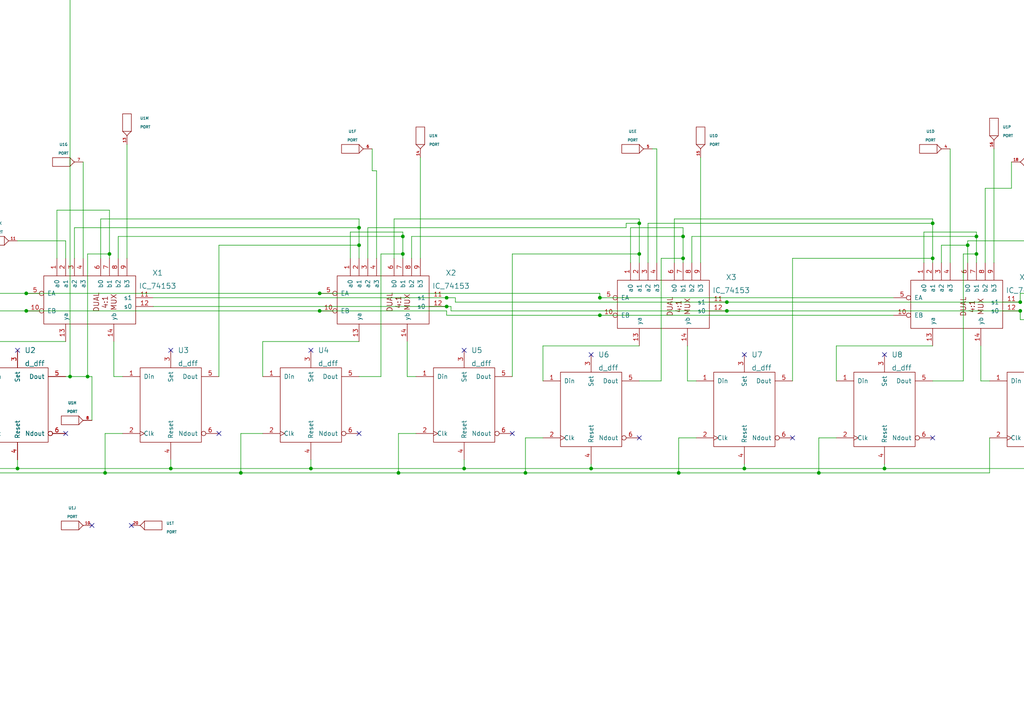
<source format=kicad_sch>
(kicad_sch (version 20211123) (generator eeschema)

  (uuid 8a63b5fa-b57c-4607-a05d-d497e676781d)

  (paper "A4")

  (lib_symbols
    (symbol "eSim_Digital:d_dff" (pin_names (offset 1.016)) (in_bom yes) (on_board yes)
      (property "Reference" "U" (id 0) (at 0 0 0)
        (effects (font (size 1.524 1.524)))
      )
      (property "Value" "d_dff" (id 1) (at 0 3.81 0)
        (effects (font (size 1.524 1.524)))
      )
      (property "Footprint" "" (id 2) (at 0 0 0)
        (effects (font (size 1.524 1.524)))
      )
      (property "Datasheet" "" (id 3) (at 0 0 0)
        (effects (font (size 1.524 1.524)))
      )
      (symbol "d_dff_0_1"
        (rectangle (start 8.89 11.43) (end -8.89 -10.16)
          (stroke (width 0) (type default) (color 0 0 0 0))
          (fill (type none))
        )
      )
      (symbol "d_dff_1_1"
        (pin input line (at -13.97 8.89 0) (length 5.08)
          (name "Din" (effects (font (size 1.27 1.27))))
          (number "1" (effects (font (size 1.27 1.27))))
        )
        (pin input clock (at -13.97 -7.62 0) (length 5.08)
          (name "Clk" (effects (font (size 1.27 1.27))))
          (number "2" (effects (font (size 1.27 1.27))))
        )
        (pin input line (at 0 16.51 270) (length 5.08)
          (name "Set" (effects (font (size 1.27 1.27))))
          (number "3" (effects (font (size 1.27 1.27))))
        )
        (pin input line (at 0 -15.24 90) (length 5.08)
          (name "Reset" (effects (font (size 1.27 1.27))))
          (number "4" (effects (font (size 1.27 1.27))))
        )
        (pin output line (at 13.97 8.89 180) (length 5.08)
          (name "Dout" (effects (font (size 1.27 1.27))))
          (number "5" (effects (font (size 1.27 1.27))))
        )
        (pin output inverted (at 13.97 -7.62 180) (length 5.08)
          (name "Ndout" (effects (font (size 1.27 1.27))))
          (number "6" (effects (font (size 1.27 1.27))))
        )
      )
    )
    (symbol "eSim_Miscellaneous:PORT" (pin_names (offset 1.016)) (in_bom yes) (on_board yes)
      (property "Reference" "U" (id 0) (at 1.27 2.54 0)
        (effects (font (size 0.762 0.762)))
      )
      (property "Value" "PORT" (id 1) (at 0 0 0)
        (effects (font (size 0.762 0.762)))
      )
      (property "Footprint" "" (id 2) (at 0 0 0)
        (effects (font (size 1.524 1.524)))
      )
      (property "Datasheet" "" (id 3) (at 0 0 0)
        (effects (font (size 1.524 1.524)))
      )
      (symbol "PORT_0_1"
        (rectangle (start -2.54 1.27) (end 2.54 -1.27)
          (stroke (width 0) (type default) (color 0 0 0 0))
          (fill (type none))
        )
        (arc (start 2.54 1.27) (mid 3.1355 0.5955) (end 3.81 0)
          (stroke (width 0) (type default) (color 0 0 0 0))
          (fill (type none))
        )
        (arc (start 3.81 0) (mid 3.1447 -0.6046) (end 2.54 -1.27)
          (stroke (width 0) (type default) (color 0 0 0 0))
          (fill (type none))
        )
      )
      (symbol "PORT_1_1"
        (pin bidirectional line (at 6.35 0 180) (length 2.54)
          (name "~" (effects (font (size 0.762 0.762))))
          (number "1" (effects (font (size 0.762 0.762))))
        )
      )
      (symbol "PORT_2_1"
        (pin bidirectional line (at 6.35 0 180) (length 2.54)
          (name "~" (effects (font (size 0.762 0.762))))
          (number "2" (effects (font (size 0.762 0.762))))
        )
      )
      (symbol "PORT_3_1"
        (pin bidirectional line (at 6.35 0 180) (length 2.54)
          (name "~" (effects (font (size 0.762 0.762))))
          (number "3" (effects (font (size 0.762 0.762))))
        )
      )
      (symbol "PORT_4_1"
        (pin bidirectional line (at 6.35 0 180) (length 2.54)
          (name "~" (effects (font (size 0.762 0.762))))
          (number "4" (effects (font (size 0.762 0.762))))
        )
      )
      (symbol "PORT_5_1"
        (pin bidirectional line (at 6.35 0 180) (length 2.54)
          (name "~" (effects (font (size 0.762 0.762))))
          (number "5" (effects (font (size 0.762 0.762))))
        )
      )
      (symbol "PORT_6_1"
        (pin bidirectional line (at 6.35 0 180) (length 2.54)
          (name "~" (effects (font (size 0.762 0.762))))
          (number "6" (effects (font (size 0.762 0.762))))
        )
      )
      (symbol "PORT_7_1"
        (pin bidirectional line (at 6.35 0 180) (length 2.54)
          (name "~" (effects (font (size 0.762 0.762))))
          (number "7" (effects (font (size 0.762 0.762))))
        )
      )
      (symbol "PORT_8_1"
        (pin bidirectional line (at 6.35 0 180) (length 2.54)
          (name "~" (effects (font (size 0.762 0.762))))
          (number "8" (effects (font (size 0.762 0.762))))
        )
      )
      (symbol "PORT_9_1"
        (pin bidirectional line (at 6.35 0 180) (length 2.54)
          (name "~" (effects (font (size 0.762 0.762))))
          (number "9" (effects (font (size 0.762 0.762))))
        )
      )
      (symbol "PORT_10_1"
        (pin bidirectional line (at 6.35 0 180) (length 2.54)
          (name "~" (effects (font (size 0.762 0.762))))
          (number "10" (effects (font (size 0.762 0.762))))
        )
      )
      (symbol "PORT_11_1"
        (pin bidirectional line (at 6.35 0 180) (length 2.54)
          (name "~" (effects (font (size 0.762 0.762))))
          (number "11" (effects (font (size 0.762 0.762))))
        )
      )
      (symbol "PORT_12_1"
        (pin bidirectional line (at 6.35 0 180) (length 2.54)
          (name "~" (effects (font (size 0.762 0.762))))
          (number "12" (effects (font (size 0.762 0.762))))
        )
      )
      (symbol "PORT_13_1"
        (pin bidirectional line (at 6.35 0 180) (length 2.54)
          (name "~" (effects (font (size 0.762 0.762))))
          (number "13" (effects (font (size 0.762 0.762))))
        )
      )
      (symbol "PORT_14_1"
        (pin bidirectional line (at 6.35 0 180) (length 2.54)
          (name "~" (effects (font (size 0.762 0.762))))
          (number "14" (effects (font (size 0.762 0.762))))
        )
      )
      (symbol "PORT_15_1"
        (pin bidirectional line (at 6.35 0 180) (length 2.54)
          (name "~" (effects (font (size 0.762 0.762))))
          (number "15" (effects (font (size 0.762 0.762))))
        )
      )
      (symbol "PORT_16_1"
        (pin bidirectional line (at 6.35 0 180) (length 2.54)
          (name "~" (effects (font (size 0.762 0.762))))
          (number "16" (effects (font (size 0.762 0.762))))
        )
      )
      (symbol "PORT_17_1"
        (pin bidirectional line (at 6.35 0 180) (length 2.54)
          (name "~" (effects (font (size 0.762 0.762))))
          (number "17" (effects (font (size 0.762 0.762))))
        )
      )
      (symbol "PORT_18_1"
        (pin bidirectional line (at 6.35 0 180) (length 2.54)
          (name "~" (effects (font (size 0.762 0.762))))
          (number "18" (effects (font (size 0.762 0.762))))
        )
      )
      (symbol "PORT_19_1"
        (pin bidirectional line (at 6.35 0 180) (length 2.54)
          (name "~" (effects (font (size 0.762 0.762))))
          (number "19" (effects (font (size 0.762 0.762))))
        )
      )
      (symbol "PORT_20_1"
        (pin bidirectional line (at 6.35 0 180) (length 2.54)
          (name "~" (effects (font (size 0.762 0.762))))
          (number "20" (effects (font (size 0.762 0.762))))
        )
      )
      (symbol "PORT_21_1"
        (pin bidirectional line (at 6.35 0 180) (length 2.54)
          (name "~" (effects (font (size 0.762 0.762))))
          (number "21" (effects (font (size 0.762 0.762))))
        )
      )
      (symbol "PORT_22_1"
        (pin bidirectional line (at 6.35 0 180) (length 2.54)
          (name "~" (effects (font (size 0.762 0.762))))
          (number "22" (effects (font (size 0.762 0.762))))
        )
      )
      (symbol "PORT_23_1"
        (pin bidirectional line (at 6.35 0 180) (length 2.54)
          (name "~" (effects (font (size 0.762 0.762))))
          (number "23" (effects (font (size 0.762 0.762))))
        )
      )
      (symbol "PORT_24_1"
        (pin bidirectional line (at 6.35 0 180) (length 2.54)
          (name "~" (effects (font (size 0.762 0.762))))
          (number "24" (effects (font (size 0.762 0.762))))
        )
      )
      (symbol "PORT_25_1"
        (pin bidirectional line (at 6.35 0 180) (length 2.54)
          (name "~" (effects (font (size 0.762 0.762))))
          (number "25" (effects (font (size 0.762 0.762))))
        )
      )
      (symbol "PORT_26_1"
        (pin bidirectional line (at 6.35 0 180) (length 2.54)
          (name "~" (effects (font (size 0.762 0.762))))
          (number "26" (effects (font (size 0.762 0.762))))
        )
      )
    )
    (symbol "eSim_Subckt:IC_74153" (pin_names (offset 1.016)) (in_bom yes) (on_board yes)
      (property "Reference" "X" (id 0) (at 2.54 1.27 0)
        (effects (font (size 1.524 1.524)))
      )
      (property "Value" "IC_74153" (id 1) (at 2.54 3.81 0)
        (effects (font (size 1.524 1.524)))
      )
      (property "Footprint" "" (id 2) (at 0 0 0)
        (effects (font (size 1.524 1.524)))
      )
      (property "Datasheet" "" (id 3) (at 0 0 0)
        (effects (font (size 1.524 1.524)))
      )
      (symbol "IC_74153_0_0"
        (text "4:1" (at 2.54 -5.08 0)
          (effects (font (size 1.524 1.524)))
        )
        (text "DUAL" (at 2.54 -2.54 0)
          (effects (font (size 1.524 1.524)))
        )
        (text "MUX" (at 2.54 -7.62 0)
          (effects (font (size 1.524 1.524)))
        )
      )
      (symbol "IC_74153_0_1"
        (rectangle (start -5.08 12.7) (end 8.89 -13.97)
          (stroke (width 0) (type default) (color 0 0 0 0))
          (fill (type none))
        )
      )
      (symbol "IC_74153_1_1"
        (pin input line (at -10.16 8.89 0) (length 5.08)
          (name "a0" (effects (font (size 1.27 1.27))))
          (number "1" (effects (font (size 1.27 1.27))))
        )
        (pin input inverted (at 5.08 17.78 270) (length 5.08)
          (name "EB" (effects (font (size 1.27 1.27))))
          (number "10" (effects (font (size 1.27 1.27))))
        )
        (pin input line (at 1.27 -19.05 90) (length 5.08)
          (name "s1" (effects (font (size 1.27 1.27))))
          (number "11" (effects (font (size 1.27 1.27))))
        )
        (pin input line (at 3.81 -19.05 90) (length 5.08)
          (name "s0" (effects (font (size 1.27 1.27))))
          (number "12" (effects (font (size 1.27 1.27))))
        )
        (pin output line (at 13.97 6.35 180) (length 5.08)
          (name "ya" (effects (font (size 1.27 1.27))))
          (number "13" (effects (font (size 1.27 1.27))))
        )
        (pin output line (at 13.97 -7.62 180) (length 5.08)
          (name "yb" (effects (font (size 1.27 1.27))))
          (number "14" (effects (font (size 1.27 1.27))))
        )
        (pin input line (at -10.16 6.35 0) (length 5.08)
          (name "a1" (effects (font (size 1.27 1.27))))
          (number "2" (effects (font (size 1.27 1.27))))
        )
        (pin input line (at -10.16 3.81 0) (length 5.08)
          (name "a2" (effects (font (size 1.27 1.27))))
          (number "3" (effects (font (size 1.27 1.27))))
        )
        (pin input line (at -10.16 1.27 0) (length 5.08)
          (name "a3" (effects (font (size 1.27 1.27))))
          (number "4" (effects (font (size 1.27 1.27))))
        )
        (pin input inverted (at 0 17.78 270) (length 5.08)
          (name "EA" (effects (font (size 1.27 1.27))))
          (number "5" (effects (font (size 1.27 1.27))))
        )
        (pin input line (at -10.16 -3.81 0) (length 5.08)
          (name "b0" (effects (font (size 1.27 1.27))))
          (number "6" (effects (font (size 1.27 1.27))))
        )
        (pin input line (at -10.16 -6.35 0) (length 5.08)
          (name "b1" (effects (font (size 1.27 1.27))))
          (number "7" (effects (font (size 1.27 1.27))))
        )
        (pin input line (at -10.16 -8.89 0) (length 5.08)
          (name "b2" (effects (font (size 1.27 1.27))))
          (number "8" (effects (font (size 1.27 1.27))))
        )
        (pin input line (at -10.16 -11.43 0) (length 5.08)
          (name "b3" (effects (font (size 1.27 1.27))))
          (number "9" (effects (font (size 1.27 1.27))))
        )
      )
    )
  )

  (junction (at 31.75 73.66) (diameter 0) (color 0 0 0 0)
    (uuid 02a81b7e-ee42-4c72-81bc-c2650b245c45)
  )
  (junction (at 173.99 91.44) (diameter 0) (color 0 0 0 0)
    (uuid 050725ab-1a7b-4ca1-8f25-7859f94504ea)
  )
  (junction (at 116.84 68.58) (diameter 0) (color 0 0 0 0)
    (uuid 1824472a-7a38-441a-960c-f247b52007eb)
  )
  (junction (at 295.91 90.17) (diameter 0) (color 0 0 0 0)
    (uuid 2069d66e-77cb-40c8-a1be-29d24c963b79)
  )
  (junction (at 283.21 68.58) (diameter 0) (color 0 0 0 0)
    (uuid 27d7f661-4004-4588-a519-8d7b0636f4c7)
  )
  (junction (at 115.57 137.16) (diameter 0) (color 0 0 0 0)
    (uuid 2f07b926-99d9-4073-8b9a-144c57fa4f6b)
  )
  (junction (at 25.4 109.22) (diameter 0) (color 0 0 0 0)
    (uuid 3482c925-6fdb-4d9f-a91e-65f71bcbe519)
  )
  (junction (at 215.9 135.89) (diameter 0) (color 0 0 0 0)
    (uuid 4287af3c-3108-4097-8e45-9a717ef1c3a2)
  )
  (junction (at 270.51 74.93) (diameter 0) (color 0 0 0 0)
    (uuid 48827c3a-b05d-4be0-a0e1-1cbc999ab4ff)
  )
  (junction (at 237.49 137.16) (diameter 0) (color 0 0 0 0)
    (uuid 4f5c6f35-ee98-4fe9-aa35-bc55c3c7fa08)
  )
  (junction (at 295.91 87.63) (diameter 0) (color 0 0 0 0)
    (uuid 550ac568-6974-41d0-9841-127996d0420e)
  )
  (junction (at 104.14 71.12) (diameter 0) (color 0 0 0 0)
    (uuid 55eda325-bad2-4707-9487-9f3c262d79fb)
  )
  (junction (at 196.85 137.16) (diameter 0) (color 0 0 0 0)
    (uuid 5d70f6b6-ac78-46b5-ad34-b7cdace90764)
  )
  (junction (at 7.62 85.09) (diameter 0) (color 0 0 0 0)
    (uuid 5db57e7c-8e8e-43f6-ac1a-78ca0177c5ea)
  )
  (junction (at 90.17 135.89) (diameter 0) (color 0 0 0 0)
    (uuid 60a935cd-6d23-48c7-bc59-5f671a3a8900)
  )
  (junction (at 69.85 137.16) (diameter 0) (color 0 0 0 0)
    (uuid 639476fc-362a-417b-8f3b-a50b1984cc77)
  )
  (junction (at 210.82 87.63) (diameter 0) (color 0 0 0 0)
    (uuid 6d624226-0138-4990-9e02-137b1e11e7be)
  )
  (junction (at -11.43 137.16) (diameter 0) (color 0 0 0 0)
    (uuid 7710366e-f39e-42d9-827e-8076bd3a42fa)
  )
  (junction (at 256.54 135.89) (diameter 0) (color 0 0 0 0)
    (uuid 77d23ba7-8692-469c-8cb0-da5171133405)
  )
  (junction (at 173.99 86.36) (diameter 0) (color 0 0 0 0)
    (uuid 7e22473e-faf9-414f-8945-86b19eb1aa3a)
  )
  (junction (at 314.96 102.87) (diameter 0) (color 0 0 0 0)
    (uuid 87f5549c-9308-4bb8-b31e-65fef9d3d2ef)
  )
  (junction (at 134.62 135.89) (diameter 0) (color 0 0 0 0)
    (uuid 8828abb3-1c62-4b73-94cc-0c36f180b981)
  )
  (junction (at 92.71 85.09) (diameter 0) (color 0 0 0 0)
    (uuid 8ae259fd-8286-4fb3-aad7-3570f834c148)
  )
  (junction (at 198.12 74.93) (diameter 0) (color 0 0 0 0)
    (uuid 8db991b3-d0e3-48b5-a2f1-3e3046cfa3a7)
  )
  (junction (at 280.67 71.12) (diameter 0) (color 0 0 0 0)
    (uuid 8e6faa35-627f-4b73-809f-61179d53846c)
  )
  (junction (at 5.08 135.89) (diameter 0) (color 0 0 0 0)
    (uuid 9915d45a-e9be-4931-9a13-f0e4af8f7801)
  )
  (junction (at 129.54 86.36) (diameter 0) (color 0 0 0 0)
    (uuid 9c542fbc-21f8-4e5f-b32d-79c21a7cba7f)
  )
  (junction (at 171.45 135.89) (diameter 0) (color 0 0 0 0)
    (uuid 9e416f09-cdc8-4871-8524-8da5a1812a55)
  )
  (junction (at 283.21 73.66) (diameter 0) (color 0 0 0 0)
    (uuid a4b651ff-1365-4e24-a7f8-5caea5c7ff7a)
  )
  (junction (at 198.12 68.58) (diameter 0) (color 0 0 0 0)
    (uuid aaab4fb8-d88e-4545-bafd-9f7361233609)
  )
  (junction (at 7.62 90.17) (diameter 0) (color 0 0 0 0)
    (uuid af54b696-86d3-4ac1-b997-5069dd076e4a)
  )
  (junction (at 185.42 73.66) (diameter 0) (color 0 0 0 0)
    (uuid b5f07a6f-8033-42af-9ca8-154e6fec174c)
  )
  (junction (at 116.84 73.66) (diameter 0) (color 0 0 0 0)
    (uuid b7c17bcb-29ef-49f2-8c44-15a4e36474b9)
  )
  (junction (at 20.32 109.22) (diameter 0) (color 0 0 0 0)
    (uuid b9725ede-14a4-44bd-909f-08407c1673ce)
  )
  (junction (at 129.54 88.9) (diameter 0) (color 0 0 0 0)
    (uuid bb5a1023-e04f-4bd8-bb3f-da276f785b1b)
  )
  (junction (at 210.82 90.17) (diameter 0) (color 0 0 0 0)
    (uuid c1724655-7608-405b-8fe0-3f06623916b0)
  )
  (junction (at 270.51 64.77) (diameter 0) (color 0 0 0 0)
    (uuid c32bca78-4040-4be5-b619-5e12bf452d84)
  )
  (junction (at 49.53 135.89) (diameter 0) (color 0 0 0 0)
    (uuid ca188d52-dce9-4529-8ff0-604399e78d70)
  )
  (junction (at 92.71 90.17) (diameter 0) (color 0 0 0 0)
    (uuid ce57a480-9459-4fbf-9c05-7e36f6dbb4ac)
  )
  (junction (at 185.42 64.77) (diameter 0) (color 0 0 0 0)
    (uuid cfbebeb7-02cb-410d-abb6-5657056dc59b)
  )
  (junction (at 152.4 137.16) (diameter 0) (color 0 0 0 0)
    (uuid d572f906-575f-4f72-86b7-62ffd26c2144)
  )
  (junction (at 30.48 137.16) (diameter 0) (color 0 0 0 0)
    (uuid e42f59b5-0719-465e-8d3d-818462dfa5d0)
  )
  (junction (at 104.14 66.04) (diameter 0) (color 0 0 0 0)
    (uuid e84196ae-a225-4f93-bbde-a6f357b6b7be)
  )

  (no_connect (at 185.42 127) (uuid 02778224-6f43-4711-b4d6-e44ee0a41c40))
  (no_connect (at 270.51 127) (uuid 03a1b023-7d6e-4fc3-b594-2371318afab8))
  (no_connect (at 229.87 127) (uuid 18804888-2330-4028-a952-d56babaac3f6))
  (no_connect (at 171.45 102.87) (uuid 3da17b44-88fa-4a92-b89b-c52e2cfe2a14))
  (no_connect (at 134.62 101.6) (uuid 46a6fd35-3773-475c-a2ce-901f721cb5cc))
  (no_connect (at 49.53 101.6) (uuid 53a98e59-8fb5-4683-8a66-a73b975184ef))
  (no_connect (at 5.08 101.6) (uuid 70eef680-97d9-4304-bd69-a41d3dbab552))
  (no_connect (at 19.05 125.73) (uuid 76472ccc-6d8c-4674-935b-3afd1b43da2e))
  (no_connect (at 148.59 125.73) (uuid 9ca542fc-ec03-46c1-8360-0fd0f1a164f7))
  (no_connect (at 26.67 152.4) (uuid a14dca3f-c0f3-4ee4-bde0-2220cb35f9a6))
  (no_connect (at 256.54 102.87) (uuid b4d48ef5-7c5e-4c24-b712-231aa9bee913))
  (no_connect (at 90.17 101.6) (uuid b8e2a39f-06c6-4c40-ae06-a2082b425604))
  (no_connect (at 63.5 125.73) (uuid cfbe6c61-4a27-4482-89a7-a611c33d0aa3))
  (no_connect (at 104.14 125.73) (uuid e03ebe98-7c35-4945-a7a4-c3cf67e00071))
  (no_connect (at 38.1 152.4) (uuid e3c15ff3-4735-4862-9f17-b68d1897e0fe))
  (no_connect (at 215.9 102.87) (uuid eb56d985-b8bc-40f7-ab7f-1563dedeaa3c))
  (no_connect (at 300.99 102.87) (uuid fc5b4b76-a580-4fe1-b116-81f845c52344))
  (no_connect (at 314.96 127) (uuid ffacd261-705f-4f03-9257-c9336f9f9227))

  (wire (pts (xy 19.05 69.85) (xy 19.05 74.93))
    (stroke (width 0) (type default) (color 0 0 0 0))
    (uuid 003ea776-c123-4189-8bb0-9e10419f6a1a)
  )
  (wire (pts (xy 7.62 85.09) (xy 92.71 85.09))
    (stroke (width 0) (type default) (color 0 0 0 0))
    (uuid 00c03fd0-43fa-444e-affd-baf1b38d051f)
  )
  (wire (pts (xy 270.51 74.93) (xy 270.51 76.2))
    (stroke (width 0) (type default) (color 0 0 0 0))
    (uuid 021a1eb2-ac12-4da3-8464-2e8d9dd66904)
  )
  (wire (pts (xy 26.67 121.92) (xy 26.67 109.22))
    (stroke (width 0) (type default) (color 0 0 0 0))
    (uuid 035bf837-ca44-4d20-aac2-792e7a8957e5)
  )
  (wire (pts (xy 152.4 127) (xy 152.4 137.16))
    (stroke (width 0) (type default) (color 0 0 0 0))
    (uuid 03c2e5dc-7d77-478d-952d-35ee2db2247f)
  )
  (wire (pts (xy 30.48 137.16) (xy 69.85 137.16))
    (stroke (width 0) (type default) (color 0 0 0 0))
    (uuid 059e008c-b282-4661-ba20-a504362f80f6)
  )
  (wire (pts (xy 115.57 125.73) (xy 115.57 137.16))
    (stroke (width 0) (type default) (color 0 0 0 0))
    (uuid 05b42d50-ce7a-418a-ae59-7bab43383e2c)
  )
  (wire (pts (xy 173.99 91.44) (xy 259.08 91.44))
    (stroke (width 0) (type default) (color 0 0 0 0))
    (uuid 05b60041-ec06-466f-a46a-2e6eab1e084f)
  )
  (wire (pts (xy 185.42 73.66) (xy 185.42 76.2))
    (stroke (width 0) (type default) (color 0 0 0 0))
    (uuid 08eb3120-0491-4597-99f5-256455b4cb40)
  )
  (wire (pts (xy 229.87 110.49) (xy 229.87 74.93))
    (stroke (width 0) (type default) (color 0 0 0 0))
    (uuid 0c3167a9-63d7-40c4-8382-e4df1bb0e943)
  )
  (wire (pts (xy 287.02 127) (xy 287.02 137.16))
    (stroke (width 0) (type default) (color 0 0 0 0))
    (uuid 0d4b2e00-7ef5-48d9-900d-ca225324878b)
  )
  (wire (pts (xy 25.4 109.22) (xy 25.4 73.66))
    (stroke (width 0) (type default) (color 0 0 0 0))
    (uuid 0dcc1228-59a3-4062-b5b6-997163236e70)
  )
  (wire (pts (xy 195.58 63.5) (xy 195.58 76.2))
    (stroke (width 0) (type default) (color 0 0 0 0))
    (uuid 10bf9d20-7f66-400e-bb5a-429836ec41fb)
  )
  (wire (pts (xy 185.42 64.77) (xy 185.42 73.66))
    (stroke (width 0) (type default) (color 0 0 0 0))
    (uuid 129f8722-525c-4651-8c57-2dbdc4883c58)
  )
  (wire (pts (xy 118.11 99.06) (xy 118.11 109.22))
    (stroke (width 0) (type default) (color 0 0 0 0))
    (uuid 165cb278-ac37-4ddd-9054-4ed89df76397)
  )
  (wire (pts (xy 283.21 67.31) (xy 283.21 68.58))
    (stroke (width 0) (type default) (color 0 0 0 0))
    (uuid 165df593-7795-4bad-9a47-4e9c21636094)
  )
  (wire (pts (xy 323.85 -17.78) (xy 20.32 -17.78))
    (stroke (width 0) (type default) (color 0 0 0 0))
    (uuid 17626a2e-22c8-411f-8ceb-46d610eda348)
  )
  (wire (pts (xy -8.89 99.06) (xy -8.89 109.22))
    (stroke (width 0) (type default) (color 0 0 0 0))
    (uuid 18006950-28dd-4f7d-b507-52b1f9171681)
  )
  (wire (pts (xy 157.48 127) (xy 152.4 127))
    (stroke (width 0) (type default) (color 0 0 0 0))
    (uuid 1970a688-be75-4797-a380-e53f3de7637a)
  )
  (wire (pts (xy 295.91 85.09) (xy 346.71 85.09))
    (stroke (width 0) (type default) (color 0 0 0 0))
    (uuid 19a5b0eb-0945-46d2-8da7-090b7a321a06)
  )
  (wire (pts (xy 191.77 74.93) (xy 198.12 74.93))
    (stroke (width 0) (type default) (color 0 0 0 0))
    (uuid 1ccb042d-2e41-424f-9964-29348c34f63e)
  )
  (wire (pts (xy 104.14 109.22) (xy 110.49 109.22))
    (stroke (width 0) (type default) (color 0 0 0 0))
    (uuid 234012b2-a758-47cb-90a3-e53e9c85c84f)
  )
  (wire (pts (xy 44.45 88.9) (xy 129.54 88.9))
    (stroke (width 0) (type default) (color 0 0 0 0))
    (uuid 23ca78f9-cbd2-4d6d-b920-73dd0f67c4db)
  )
  (wire (pts (xy 76.2 125.73) (xy 69.85 125.73))
    (stroke (width 0) (type default) (color 0 0 0 0))
    (uuid 25ad6c4a-88ab-46d6-813a-ce94b24a7e8c)
  )
  (wire (pts (xy 181.61 66.04) (xy 181.61 64.77))
    (stroke (width 0) (type default) (color 0 0 0 0))
    (uuid 25f640e2-aed5-433e-9b69-cf00e5df3573)
  )
  (wire (pts (xy 109.22 49.53) (xy 109.22 74.93))
    (stroke (width 0) (type default) (color 0 0 0 0))
    (uuid 26d00353-ae64-4cbb-8030-08218c7cf982)
  )
  (wire (pts (xy 134.62 135.89) (xy 171.45 135.89))
    (stroke (width 0) (type default) (color 0 0 0 0))
    (uuid 2701c5fd-546f-42f0-a44e-eec19c5a70e4)
  )
  (wire (pts (xy 104.14 66.04) (xy 104.14 71.12))
    (stroke (width 0) (type default) (color 0 0 0 0))
    (uuid 28c2203a-c815-4c1e-97e5-d6aad4643199)
  )
  (wire (pts (xy 69.85 125.73) (xy 69.85 137.16))
    (stroke (width 0) (type default) (color 0 0 0 0))
    (uuid 295c8cf2-8de6-4b62-8b86-9a1730b9ca3b)
  )
  (wire (pts (xy 242.57 100.33) (xy 242.57 110.49))
    (stroke (width 0) (type default) (color 0 0 0 0))
    (uuid 29de45e4-6f1e-4bb0-87bb-e1345ab92402)
  )
  (wire (pts (xy 182.88 66.04) (xy 198.12 66.04))
    (stroke (width 0) (type default) (color 0 0 0 0))
    (uuid 29e4572b-61ae-4817-8883-eff3e598b203)
  )
  (wire (pts (xy 295.91 92.71) (xy 344.17 92.71))
    (stroke (width 0) (type default) (color 0 0 0 0))
    (uuid 2a3ca363-2c4d-403c-bf2b-82455a0fb46c)
  )
  (wire (pts (xy -13.97 90.17) (xy 7.62 90.17))
    (stroke (width 0) (type default) (color 0 0 0 0))
    (uuid 2aaae9e9-20ee-4da9-8267-d7ae81d95ad9)
  )
  (wire (pts (xy 152.4 137.16) (xy 196.85 137.16))
    (stroke (width 0) (type default) (color 0 0 0 0))
    (uuid 2d352c87-8acb-47d1-9733-4d1c6aac9950)
  )
  (wire (pts (xy 189.23 43.18) (xy 190.5 43.18))
    (stroke (width 0) (type default) (color 0 0 0 0))
    (uuid 2fe4f9f6-3e8c-4be7-970e-320c42e40e3b)
  )
  (wire (pts (xy 116.84 67.31) (xy 116.84 68.58))
    (stroke (width 0) (type default) (color 0 0 0 0))
    (uuid 3052a3f2-9f62-457d-8a3c-9e2d6c10fadb)
  )
  (wire (pts (xy 129.54 91.44) (xy 173.99 91.44))
    (stroke (width 0) (type default) (color 0 0 0 0))
    (uuid 322f8ea8-6d5e-4bd3-a090-bd30b5afdaff)
  )
  (wire (pts (xy 288.29 43.18) (xy 288.29 76.2))
    (stroke (width 0) (type default) (color 0 0 0 0))
    (uuid 34a3278f-6601-4c2e-b8a2-b75c3c798c83)
  )
  (wire (pts (xy 344.17 91.44) (xy 344.17 92.71))
    (stroke (width 0) (type default) (color 0 0 0 0))
    (uuid 3760cab6-4d72-4404-8a78-c52670b6e40f)
  )
  (wire (pts (xy 106.68 66.04) (xy 181.61 66.04))
    (stroke (width 0) (type default) (color 0 0 0 0))
    (uuid 391ce6e9-6f32-41ba-9669-540b59f84b38)
  )
  (wire (pts (xy 229.87 74.93) (xy 270.51 74.93))
    (stroke (width 0) (type default) (color 0 0 0 0))
    (uuid 3965b486-560d-4470-b9a5-3d5538582448)
  )
  (wire (pts (xy 21.59 74.93) (xy 21.59 66.04))
    (stroke (width 0) (type default) (color 0 0 0 0))
    (uuid 3a07e4bf-ad27-4aa8-b886-ffe26b2d3321)
  )
  (wire (pts (xy 114.3 63.5) (xy 114.3 74.93))
    (stroke (width 0) (type default) (color 0 0 0 0))
    (uuid 3be9a2fd-e4e7-429e-afe6-26758180466f)
  )
  (wire (pts (xy 76.2 99.06) (xy 76.2 109.22))
    (stroke (width 0) (type default) (color 0 0 0 0))
    (uuid 3de1e63d-8f32-4475-bbed-3fd3d9063bd9)
  )
  (wire (pts (xy 215.9 134.62) (xy 215.9 135.89))
    (stroke (width 0) (type default) (color 0 0 0 0))
    (uuid 3e6aa2d8-fc27-417b-8969-e9da69019a66)
  )
  (wire (pts (xy 34.29 74.93) (xy 34.29 68.58))
    (stroke (width 0) (type default) (color 0 0 0 0))
    (uuid 3ec668f0-1b44-4f11-a49d-04799c74dd63)
  )
  (wire (pts (xy 5.08 133.35) (xy 5.08 135.89))
    (stroke (width 0) (type default) (color 0 0 0 0))
    (uuid 41bb2e36-b4b2-4afb-a7ea-ba3aeec26cc0)
  )
  (wire (pts (xy 198.12 66.04) (xy 198.12 68.58))
    (stroke (width 0) (type default) (color 0 0 0 0))
    (uuid 43c85384-3eab-4cb8-bb5c-3a1a654e048f)
  )
  (wire (pts (xy 210.82 90.17) (xy 295.91 90.17))
    (stroke (width 0) (type default) (color 0 0 0 0))
    (uuid 43ffb151-1ca4-4697-ae03-a725267b62ff)
  )
  (wire (pts (xy 157.48 100.33) (xy 157.48 110.49))
    (stroke (width 0) (type default) (color 0 0 0 0))
    (uuid 44e28ce7-0dfe-47ed-b115-cf875b4d70c7)
  )
  (wire (pts (xy 314.96 69.85) (xy 280.67 69.85))
    (stroke (width 0) (type default) (color 0 0 0 0))
    (uuid 45e50b7e-0cb6-4275-bb39-91e6bd5574cd)
  )
  (wire (pts (xy 118.11 109.22) (xy 120.65 109.22))
    (stroke (width 0) (type default) (color 0 0 0 0))
    (uuid 499ca548-e2ba-4a46-ab2b-230318f60bce)
  )
  (wire (pts (xy 314.96 102.87) (xy 316.23 102.87))
    (stroke (width 0) (type default) (color 0 0 0 0))
    (uuid 49afa0c6-0330-420f-bc20-db5da94dfb9d)
  )
  (wire (pts (xy 314.96 102.87) (xy 314.96 69.85))
    (stroke (width 0) (type default) (color 0 0 0 0))
    (uuid 4a9862b7-68f8-40a5-9009-7eaeef1d8188)
  )
  (wire (pts (xy 210.82 87.63) (xy 295.91 87.63))
    (stroke (width 0) (type default) (color 0 0 0 0))
    (uuid 4c435313-eb5a-4f3e-bac2-d8aa9f4cda91)
  )
  (wire (pts (xy 115.57 137.16) (xy 152.4 137.16))
    (stroke (width 0) (type default) (color 0 0 0 0))
    (uuid 4d055c1b-30f5-475e-9636-b53d82318430)
  )
  (wire (pts (xy 267.97 67.31) (xy 267.97 76.2))
    (stroke (width 0) (type default) (color 0 0 0 0))
    (uuid 4d3212d8-ce7c-449c-be28-ff2404f4062d)
  )
  (wire (pts (xy 279.4 73.66) (xy 279.4 110.49))
    (stroke (width 0) (type default) (color 0 0 0 0))
    (uuid 4eaf7141-178d-455c-a841-4dce8df6c0cc)
  )
  (wire (pts (xy 107.95 49.53) (xy 109.22 49.53))
    (stroke (width 0) (type default) (color 0 0 0 0))
    (uuid 4f11a0ed-5737-4b84-90b9-decf5cfe9c2c)
  )
  (wire (pts (xy 210.82 90.17) (xy 130.81 90.17))
    (stroke (width 0) (type default) (color 0 0 0 0))
    (uuid 4f47f2f5-ce31-4c6f-88ab-1758084f3d9e)
  )
  (wire (pts (xy 285.75 54.61) (xy 293.37 54.61))
    (stroke (width 0) (type default) (color 0 0 0 0))
    (uuid 5850295e-1d4e-4521-8e1a-6de722a7146b)
  )
  (wire (pts (xy 104.14 63.5) (xy 104.14 66.04))
    (stroke (width 0) (type default) (color 0 0 0 0))
    (uuid 5b51d2e4-51bf-4dc7-a214-dabbe3c25e73)
  )
  (wire (pts (xy -11.43 125.73) (xy -8.89 125.73))
    (stroke (width 0) (type default) (color 0 0 0 0))
    (uuid 5bd11790-7007-4cb6-8a5f-e5b05685e7fb)
  )
  (wire (pts (xy 157.48 100.33) (xy 185.42 100.33))
    (stroke (width 0) (type default) (color 0 0 0 0))
    (uuid 5c3045ef-04b5-4096-8748-7ff13b1e709f)
  )
  (wire (pts (xy 34.29 68.58) (xy 116.84 68.58))
    (stroke (width 0) (type default) (color 0 0 0 0))
    (uuid 5d2fc210-7de1-4f72-9f27-2a7999b59df3)
  )
  (wire (pts (xy 92.71 85.09) (xy 173.99 85.09))
    (stroke (width 0) (type default) (color 0 0 0 0))
    (uuid 5dfbc0d5-1dbd-4553-821e-2ab685412ff8)
  )
  (wire (pts (xy 256.54 135.89) (xy 300.99 135.89))
    (stroke (width 0) (type default) (color 0 0 0 0))
    (uuid 5fcde145-636d-40d2-ae03-9ad6ee197d62)
  )
  (wire (pts (xy 31.75 73.66) (xy 31.75 74.93))
    (stroke (width 0) (type default) (color 0 0 0 0))
    (uuid 60abbce5-bcb9-4aea-bb7f-90322d51cf3f)
  )
  (wire (pts (xy 90.17 133.35) (xy 90.17 135.89))
    (stroke (width 0) (type default) (color 0 0 0 0))
    (uuid 610bcff7-df36-49d0-b28a-ad38cb515128)
  )
  (wire (pts (xy 26.67 109.22) (xy 25.4 109.22))
    (stroke (width 0) (type default) (color 0 0 0 0))
    (uuid 634a05bf-4f9e-461c-930a-9b4e8571d8c8)
  )
  (wire (pts (xy 190.5 43.18) (xy 190.5 76.2))
    (stroke (width 0) (type default) (color 0 0 0 0))
    (uuid 64be20b1-186a-4062-8596-dc4e397f25c9)
  )
  (wire (pts (xy 270.51 110.49) (xy 279.4 110.49))
    (stroke (width 0) (type default) (color 0 0 0 0))
    (uuid 65e1e807-a1a4-4744-9ae1-f7596bd5ddfb)
  )
  (wire (pts (xy -13.97 85.09) (xy 7.62 85.09))
    (stroke (width 0) (type default) (color 0 0 0 0))
    (uuid 661e0356-d246-41eb-ac45-574b821b106f)
  )
  (wire (pts (xy 200.66 68.58) (xy 283.21 68.58))
    (stroke (width 0) (type default) (color 0 0 0 0))
    (uuid 6670e7ab-885f-4fe3-8416-11241d4a373f)
  )
  (wire (pts (xy 24.13 46.99) (xy 24.13 74.93))
    (stroke (width 0) (type default) (color 0 0 0 0))
    (uuid 698800a9-50ce-41c6-91a8-baa557d5fade)
  )
  (wire (pts (xy 148.59 109.22) (xy 148.59 73.66))
    (stroke (width 0) (type default) (color 0 0 0 0))
    (uuid 69ee5e68-8cd3-47d2-a0e3-06097f6aced8)
  )
  (wire (pts (xy 187.96 76.2) (xy 187.96 64.77))
    (stroke (width 0) (type default) (color 0 0 0 0))
    (uuid 6a536d00-9c79-4b98-b614-3d693c995f3e)
  )
  (wire (pts (xy 5.08 69.85) (xy 19.05 69.85))
    (stroke (width 0) (type default) (color 0 0 0 0))
    (uuid 6b34810b-5567-47a1-8b30-9c0462d6ba5a)
  )
  (wire (pts (xy 69.85 137.16) (xy 115.57 137.16))
    (stroke (width 0) (type default) (color 0 0 0 0))
    (uuid 6ec3b571-7411-45e6-a941-3b95c28ae7aa)
  )
  (wire (pts (xy 63.5 71.12) (xy 104.14 71.12))
    (stroke (width 0) (type default) (color 0 0 0 0))
    (uuid 700fcbff-32bb-4b4a-8423-6f81a7914e0d)
  )
  (wire (pts (xy 346.71 91.44) (xy 344.17 91.44))
    (stroke (width 0) (type default) (color 0 0 0 0))
    (uuid 701eb847-303c-4542-b471-ca168b539a5d)
  )
  (wire (pts (xy 20.32 109.22) (xy 25.4 109.22))
    (stroke (width 0) (type default) (color 0 0 0 0))
    (uuid 7033438b-734d-43dd-9226-363213831c9d)
  )
  (wire (pts (xy 101.6 67.31) (xy 116.84 67.31))
    (stroke (width 0) (type default) (color 0 0 0 0))
    (uuid 748771a9-2385-4f5b-ad74-021f608d3ba3)
  )
  (wire (pts (xy 181.61 64.77) (xy 185.42 64.77))
    (stroke (width 0) (type default) (color 0 0 0 0))
    (uuid 753e6d59-a6e0-4e9c-bff4-395d5b36baf7)
  )
  (wire (pts (xy 283.21 68.58) (xy 283.21 73.66))
    (stroke (width 0) (type default) (color 0 0 0 0))
    (uuid 769e0985-0648-40c4-a2f8-ef841eb901de)
  )
  (wire (pts (xy 270.51 64.77) (xy 270.51 74.93))
    (stroke (width 0) (type default) (color 0 0 0 0))
    (uuid 77cc5a86-25fd-4daa-bdeb-8aae608eafc1)
  )
  (wire (pts (xy 134.62 133.35) (xy 134.62 135.89))
    (stroke (width 0) (type default) (color 0 0 0 0))
    (uuid 791f4e50-3421-46da-8c20-63056dc749c1)
  )
  (wire (pts (xy 182.88 66.04) (xy 182.88 76.2))
    (stroke (width 0) (type default) (color 0 0 0 0))
    (uuid 7b1ca4f5-5892-4077-b9d8-f21f38ee3dbf)
  )
  (wire (pts (xy 114.3 63.5) (xy 185.42 63.5))
    (stroke (width 0) (type default) (color 0 0 0 0))
    (uuid 7ba8a396-3f3f-458b-bf52-43223e4d6710)
  )
  (wire (pts (xy 210.82 87.63) (xy 132.08 87.63))
    (stroke (width 0) (type default) (color 0 0 0 0))
    (uuid 7bb4e8d1-a08e-45dd-aba4-efa65fc9cd3e)
  )
  (wire (pts (xy 130.81 90.17) (xy 130.81 88.9))
    (stroke (width 0) (type default) (color 0 0 0 0))
    (uuid 7c8a03ce-cef6-422d-855a-8373126b54f8)
  )
  (wire (pts (xy 283.21 73.66) (xy 283.21 76.2))
    (stroke (width 0) (type default) (color 0 0 0 0))
    (uuid 7d1d3fc5-8ba3-43c7-889d-52fee7fb70a9)
  )
  (wire (pts (xy -11.43 137.16) (xy -11.43 125.73))
    (stroke (width 0) (type default) (color 0 0 0 0))
    (uuid 7f0b1355-c1bb-4bfa-aa96-cc55ca58c719)
  )
  (wire (pts (xy 33.02 99.06) (xy 33.02 109.22))
    (stroke (width 0) (type default) (color 0 0 0 0))
    (uuid 811f532a-443d-4936-87d3-656cfb0ada57)
  )
  (wire (pts (xy 31.75 60.96) (xy 31.75 73.66))
    (stroke (width 0) (type default) (color 0 0 0 0))
    (uuid 85feea75-a008-4cde-98a3-7aa8159a7ea7)
  )
  (wire (pts (xy 270.51 63.5) (xy 270.51 64.77))
    (stroke (width 0) (type default) (color 0 0 0 0))
    (uuid 8621ac6d-0ee2-462e-a4db-ddbd29bc4565)
  )
  (wire (pts (xy 267.97 67.31) (xy 283.21 67.31))
    (stroke (width 0) (type default) (color 0 0 0 0))
    (uuid 8690f74a-d60b-425c-8276-fa23ca6b0c6e)
  )
  (wire (pts (xy 116.84 73.66) (xy 116.84 74.93))
    (stroke (width 0) (type default) (color 0 0 0 0))
    (uuid 8895c024-60e2-4ac1-9722-180b6874875e)
  )
  (wire (pts (xy 107.95 43.18) (xy 107.95 49.53))
    (stroke (width 0) (type default) (color 0 0 0 0))
    (uuid 88ebe5e5-3404-4327-8890-14cbc0175e71)
  )
  (wire (pts (xy 92.71 90.17) (xy 129.54 90.17))
    (stroke (width 0) (type default) (color 0 0 0 0))
    (uuid 8b1a9c41-4520-4255-b778-20fa0c58ccb5)
  )
  (wire (pts (xy 29.21 63.5) (xy 104.14 63.5))
    (stroke (width 0) (type default) (color 0 0 0 0))
    (uuid 8be1878e-fa61-4ae3-b10a-9de3be2ec164)
  )
  (wire (pts (xy 119.38 68.58) (xy 198.12 68.58))
    (stroke (width 0) (type default) (color 0 0 0 0))
    (uuid 8be44125-99cd-4408-a385-51aaeea78b4f)
  )
  (wire (pts (xy 106.68 74.93) (xy 106.68 66.04))
    (stroke (width 0) (type default) (color 0 0 0 0))
    (uuid 8d7ca184-fdc8-4217-84fd-2de7c2f31d57)
  )
  (wire (pts (xy 90.17 135.89) (xy 134.62 135.89))
    (stroke (width 0) (type default) (color 0 0 0 0))
    (uuid 8efa4daa-7cc3-4163-bb1f-2ebb396a0711)
  )
  (wire (pts (xy 242.57 127) (xy 237.49 127))
    (stroke (width 0) (type default) (color 0 0 0 0))
    (uuid 8f0902e5-802d-442e-ae96-3b90dd5dee3f)
  )
  (wire (pts (xy 132.08 87.63) (xy 132.08 86.36))
    (stroke (width 0) (type default) (color 0 0 0 0))
    (uuid 8f511fed-77ee-47a9-a661-2e2aed3b5c36)
  )
  (wire (pts (xy 30.48 125.73) (xy 30.48 137.16))
    (stroke (width 0) (type default) (color 0 0 0 0))
    (uuid 8fe54ef0-a189-4609-9c2a-59798b400be1)
  )
  (wire (pts (xy 173.99 86.36) (xy 259.08 86.36))
    (stroke (width 0) (type default) (color 0 0 0 0))
    (uuid 908eefe9-ed5d-4d8c-b3d3-594102b1ba5e)
  )
  (wire (pts (xy 171.45 134.62) (xy 171.45 135.89))
    (stroke (width 0) (type default) (color 0 0 0 0))
    (uuid 91f461b0-042f-49b9-8ca4-d3388e55f621)
  )
  (wire (pts (xy 36.83 41.91) (xy 36.83 74.93))
    (stroke (width 0) (type default) (color 0 0 0 0))
    (uuid 94db8d51-5bd9-4a7c-8321-a81097353533)
  )
  (wire (pts (xy 198.12 74.93) (xy 198.12 76.2))
    (stroke (width 0) (type default) (color 0 0 0 0))
    (uuid 94f993dd-aa49-44a8-9545-b6425e9adfd5)
  )
  (wire (pts (xy 284.48 110.49) (xy 287.02 110.49))
    (stroke (width 0) (type default) (color 0 0 0 0))
    (uuid 95362adf-c725-443d-8d00-6bcc7c262636)
  )
  (wire (pts (xy 20.32 -17.78) (xy 20.32 109.22))
    (stroke (width 0) (type default) (color 0 0 0 0))
    (uuid 96872fbe-e458-4061-b819-e079a03593c8)
  )
  (wire (pts (xy -10.16 205.74) (xy -10.16 203.2))
    (stroke (width 0) (type default) (color 0 0 0 0))
    (uuid 97ca06d3-69b6-402b-a900-4ce9e6a2b059)
  )
  (wire (pts (xy 273.05 76.2) (xy 273.05 71.12))
    (stroke (width 0) (type default) (color 0 0 0 0))
    (uuid 9afe8be8-4a95-45b1-9344-3de4e6d23661)
  )
  (wire (pts (xy 130.81 88.9) (xy 129.54 88.9))
    (stroke (width 0) (type default) (color 0 0 0 0))
    (uuid 9b5a898e-6155-43ee-be3d-a5ab868ec2f0)
  )
  (wire (pts (xy 49.53 135.89) (xy 90.17 135.89))
    (stroke (width 0) (type default) (color 0 0 0 0))
    (uuid 9ddb0406-a33d-4e4d-a638-674457b9e699)
  )
  (wire (pts (xy 120.65 125.73) (xy 115.57 125.73))
    (stroke (width 0) (type default) (color 0 0 0 0))
    (uuid 9f1c7ba0-ca9b-4e99-b9d8-4a368955e35c)
  )
  (wire (pts (xy 63.5 109.22) (xy 63.5 71.12))
    (stroke (width 0) (type default) (color 0 0 0 0))
    (uuid a059db9b-4c69-4e02-9bf2-6ae01cbcb05d)
  )
  (wire (pts (xy 35.56 125.73) (xy 30.48 125.73))
    (stroke (width 0) (type default) (color 0 0 0 0))
    (uuid a1e597ab-984a-49a1-a383-fb58af83a9f4)
  )
  (wire (pts (xy 104.14 71.12) (xy 104.14 74.93))
    (stroke (width 0) (type default) (color 0 0 0 0))
    (uuid a1fb9d04-1b9b-4508-9bc3-8592251a93b3)
  )
  (wire (pts (xy -11.43 137.16) (xy 30.48 137.16))
    (stroke (width 0) (type default) (color 0 0 0 0))
    (uuid a2af6735-1e38-4c59-ba27-1648e8986be3)
  )
  (wire (pts (xy 16.51 60.96) (xy 31.75 60.96))
    (stroke (width 0) (type default) (color 0 0 0 0))
    (uuid a2f2938d-4e59-4ae4-89c8-8cd9ccded2bf)
  )
  (wire (pts (xy 285.75 76.2) (xy 285.75 54.61))
    (stroke (width 0) (type default) (color 0 0 0 0))
    (uuid a343ec10-ddb9-437f-81e7-c0ca81d55bb3)
  )
  (wire (pts (xy 295.91 85.09) (xy 295.91 87.63))
    (stroke (width 0) (type default) (color 0 0 0 0))
    (uuid a480a067-b821-4382-ae93-b5a8a94aa0f4)
  )
  (wire (pts (xy 33.02 109.22) (xy 35.56 109.22))
    (stroke (width 0) (type default) (color 0 0 0 0))
    (uuid a7a1e99e-0e8f-40a9-a1bd-6db3a477d1a7)
  )
  (wire (pts (xy 129.54 90.17) (xy 129.54 91.44))
    (stroke (width 0) (type default) (color 0 0 0 0))
    (uuid a7f3e18f-f6fa-43b6-9788-1f670794ed28)
  )
  (wire (pts (xy 119.38 74.93) (xy 119.38 68.58))
    (stroke (width 0) (type default) (color 0 0 0 0))
    (uuid a98de07b-ae27-4f41-95f6-60007823f90a)
  )
  (wire (pts (xy 196.85 137.16) (xy 237.49 137.16))
    (stroke (width 0) (type default) (color 0 0 0 0))
    (uuid a9ead3d6-de5e-4a1c-9196-a1139cf7d992)
  )
  (wire (pts (xy 19.05 109.22) (xy 20.32 109.22))
    (stroke (width 0) (type default) (color 0 0 0 0))
    (uuid aa41817c-98a3-450e-8380-3949872a7a55)
  )
  (wire (pts (xy -10.16 203.2) (xy -11.43 203.2))
    (stroke (width 0) (type default) (color 0 0 0 0))
    (uuid aba9a6b8-693a-4e7e-90c8-5b1060fec98d)
  )
  (wire (pts (xy 280.67 71.12) (xy 280.67 76.2))
    (stroke (width 0) (type default) (color 0 0 0 0))
    (uuid ac8217e2-98ea-4b85-aec5-a621c271ba11)
  )
  (wire (pts (xy 196.85 127) (xy 196.85 137.16))
    (stroke (width 0) (type default) (color 0 0 0 0))
    (uuid b1f3dc12-26a4-4932-b46f-32f1165fed0a)
  )
  (wire (pts (xy 110.49 109.22) (xy 110.49 73.66))
    (stroke (width 0) (type default) (color 0 0 0 0))
    (uuid b2f2bac1-21db-4a03-ab70-cac750f6340a)
  )
  (wire (pts (xy 171.45 135.89) (xy 215.9 135.89))
    (stroke (width 0) (type default) (color 0 0 0 0))
    (uuid b53cee3a-8b4a-41fc-aaa9-d5bbb02a90a5)
  )
  (wire (pts (xy 101.6 67.31) (xy 101.6 74.93))
    (stroke (width 0) (type default) (color 0 0 0 0))
    (uuid b5721683-5042-4d9e-93e0-3aba5e33056b)
  )
  (wire (pts (xy 185.42 110.49) (xy 191.77 110.49))
    (stroke (width 0) (type default) (color 0 0 0 0))
    (uuid b5af194e-9f55-4964-8dc2-f8866cb6f1ca)
  )
  (wire (pts (xy 49.53 133.35) (xy 49.53 135.89))
    (stroke (width 0) (type default) (color 0 0 0 0))
    (uuid b6fd588d-b263-4317-a908-8c34df41bbdd)
  )
  (wire (pts (xy 215.9 135.89) (xy 256.54 135.89))
    (stroke (width 0) (type default) (color 0 0 0 0))
    (uuid b9e381f6-18a8-466d-8b95-a89aa8708741)
  )
  (wire (pts (xy 187.96 64.77) (xy 270.51 64.77))
    (stroke (width 0) (type default) (color 0 0 0 0))
    (uuid ba9905d0-db01-429a-a4ba-e23fb9cce261)
  )
  (wire (pts (xy -11.43 203.2) (xy -11.43 137.16))
    (stroke (width 0) (type default) (color 0 0 0 0))
    (uuid badb3b11-8c55-4037-8a61-38b1421ef819)
  )
  (wire (pts (xy 7.62 90.17) (xy 92.71 90.17))
    (stroke (width 0) (type default) (color 0 0 0 0))
    (uuid bb673aba-b963-4ff5-a99e-d6c268c9c55a)
  )
  (wire (pts (xy 44.45 86.36) (xy 129.54 86.36))
    (stroke (width 0) (type default) (color 0 0 0 0))
    (uuid bf4c0105-79ee-47f5-8f69-daabb326a8d3)
  )
  (wire (pts (xy 201.93 127) (xy 196.85 127))
    (stroke (width 0) (type default) (color 0 0 0 0))
    (uuid c0a16d90-2bf7-4a45-8f33-5d73c41cb238)
  )
  (wire (pts (xy 284.48 100.33) (xy 284.48 110.49))
    (stroke (width 0) (type default) (color 0 0 0 0))
    (uuid c0f9f151-aba3-4b2e-ab14-ea0b923660ca)
  )
  (wire (pts (xy 148.59 73.66) (xy 185.42 73.66))
    (stroke (width 0) (type default) (color 0 0 0 0))
    (uuid c33fedf8-803c-445f-a922-cfb4162d8229)
  )
  (wire (pts (xy 237.49 127) (xy 237.49 137.16))
    (stroke (width 0) (type default) (color 0 0 0 0))
    (uuid c596b66d-1ce5-48ce-b327-21c4effcbcf1)
  )
  (wire (pts (xy -8.89 99.06) (xy 19.05 99.06))
    (stroke (width 0) (type default) (color 0 0 0 0))
    (uuid c6d23463-e837-437a-a61d-acd9ff60f44f)
  )
  (wire (pts (xy 279.4 73.66) (xy 283.21 73.66))
    (stroke (width 0) (type default) (color 0 0 0 0))
    (uuid c8528ee8-ccbc-4d53-8397-9f5de6975092)
  )
  (wire (pts (xy 110.49 73.66) (xy 116.84 73.66))
    (stroke (width 0) (type default) (color 0 0 0 0))
    (uuid ca62a496-bace-4444-9f68-79314899b616)
  )
  (wire (pts (xy 191.77 110.49) (xy 191.77 74.93))
    (stroke (width 0) (type default) (color 0 0 0 0))
    (uuid cb0fc839-a174-4d49-a91e-15ca435f97dc)
  )
  (wire (pts (xy -63.5 135.89) (xy 5.08 135.89))
    (stroke (width 0) (type default) (color 0 0 0 0))
    (uuid d29c63f9-b47a-404d-927e-b4ff530895ce)
  )
  (wire (pts (xy 25.4 73.66) (xy 31.75 73.66))
    (stroke (width 0) (type default) (color 0 0 0 0))
    (uuid d480ba6d-f145-4709-b1b8-29252f4adf9d)
  )
  (wire (pts (xy 199.39 100.33) (xy 199.39 110.49))
    (stroke (width 0) (type default) (color 0 0 0 0))
    (uuid d5043ca1-e796-4004-9004-86316dccf01a)
  )
  (wire (pts (xy 203.2 45.72) (xy 203.2 76.2))
    (stroke (width 0) (type default) (color 0 0 0 0))
    (uuid d5e0ed09-78c2-45f7-a972-69cac72e70ee)
  )
  (wire (pts (xy 237.49 137.16) (xy 287.02 137.16))
    (stroke (width 0) (type default) (color 0 0 0 0))
    (uuid d7dbf707-0b72-4999-a13c-6f658d3243a7)
  )
  (wire (pts (xy 185.42 63.5) (xy 185.42 64.77))
    (stroke (width 0) (type default) (color 0 0 0 0))
    (uuid da57338c-2540-4c1f-afdb-2197ddec39f8)
  )
  (wire (pts (xy 121.92 45.72) (xy 121.92 74.93))
    (stroke (width 0) (type default) (color 0 0 0 0))
    (uuid dad8fa07-b7c7-427a-893f-6f822d401157)
  )
  (wire (pts (xy 275.59 43.18) (xy 275.59 76.2))
    (stroke (width 0) (type default) (color 0 0 0 0))
    (uuid db53185c-196d-4071-b503-29092545f833)
  )
  (wire (pts (xy 76.2 99.06) (xy 104.14 99.06))
    (stroke (width 0) (type default) (color 0 0 0 0))
    (uuid dbdb18af-d14e-44f1-90a1-f236d8e08846)
  )
  (wire (pts (xy 5.08 135.89) (xy 49.53 135.89))
    (stroke (width 0) (type default) (color 0 0 0 0))
    (uuid dc5ffbc9-82fc-4e15-9230-1a0bba0bc5de)
  )
  (wire (pts (xy 195.58 63.5) (xy 270.51 63.5))
    (stroke (width 0) (type default) (color 0 0 0 0))
    (uuid dd8ef2b0-1f36-4d1b-89da-f33c00d957bd)
  )
  (wire (pts (xy 273.05 71.12) (xy 280.67 71.12))
    (stroke (width 0) (type default) (color 0 0 0 0))
    (uuid ddc03b79-f07e-4b82-9e16-6fbd2afe0514)
  )
  (wire (pts (xy 300.99 134.62) (xy 300.99 135.89))
    (stroke (width 0) (type default) (color 0 0 0 0))
    (uuid de008c9c-4df9-441d-86a1-f0e6ecc0e4a0)
  )
  (wire (pts (xy 200.66 76.2) (xy 200.66 68.58))
    (stroke (width 0) (type default) (color 0 0 0 0))
    (uuid e2d865fc-226a-40e3-ae9b-f9eb985aefec)
  )
  (wire (pts (xy 116.84 68.58) (xy 116.84 73.66))
    (stroke (width 0) (type default) (color 0 0 0 0))
    (uuid e7262d9b-bc2b-46ca-9c07-b9e71a472bb8)
  )
  (wire (pts (xy 198.12 68.58) (xy 198.12 74.93))
    (stroke (width 0) (type default) (color 0 0 0 0))
    (uuid e97b3e0d-cc0f-4d7b-beb0-45e603e9cf5c)
  )
  (wire (pts (xy 21.59 66.04) (xy 104.14 66.04))
    (stroke (width 0) (type default) (color 0 0 0 0))
    (uuid e9c007e9-87ef-46fc-8e65-ab4e5cff2da6)
  )
  (wire (pts (xy 314.96 110.49) (xy 314.96 102.87))
    (stroke (width 0) (type default) (color 0 0 0 0))
    (uuid eabd8510-38b6-42f6-acde-98265b06ba49)
  )
  (wire (pts (xy 256.54 134.62) (xy 256.54 135.89))
    (stroke (width 0) (type default) (color 0 0 0 0))
    (uuid f25a6da9-c5f3-4630-b0cb-c093c8a5242d)
  )
  (wire (pts (xy 199.39 110.49) (xy 201.93 110.49))
    (stroke (width 0) (type default) (color 0 0 0 0))
    (uuid f328d067-534b-40bb-8a2d-6a803b1fe602)
  )
  (wire (pts (xy 132.08 86.36) (xy 129.54 86.36))
    (stroke (width 0) (type default) (color 0 0 0 0))
    (uuid f5601879-74a9-451e-8331-915edc5d9a71)
  )
  (wire (pts (xy 295.91 90.17) (xy 295.91 92.71))
    (stroke (width 0) (type default) (color 0 0 0 0))
    (uuid f57ed36f-137f-4c16-97d6-76690373336f)
  )
  (wire (pts (xy 16.51 74.93) (xy 16.51 60.96))
    (stroke (width 0) (type default) (color 0 0 0 0))
    (uuid f74f7dbe-55e7-48f7-a956-70045982b9fe)
  )
  (wire (pts (xy 293.37 46.99) (xy 293.37 54.61))
    (stroke (width 0) (type default) (color 0 0 0 0))
    (uuid fb2ced8e-4a60-4015-86cb-08f5de08a79e)
  )
  (wire (pts (xy 29.21 63.5) (xy 29.21 74.93))
    (stroke (width 0) (type default) (color 0 0 0 0))
    (uuid fcad3e4f-24a3-4182-874e-471fcc5c4e4d)
  )
  (wire (pts (xy 242.57 100.33) (xy 270.51 100.33))
    (stroke (width 0) (type default) (color 0 0 0 0))
    (uuid fdf34512-55d3-400b-b37b-7c72a7e6878b)
  )
  (wire (pts (xy 173.99 85.09) (xy 173.99 86.36))
    (stroke (width 0) (type default) (color 0 0 0 0))
    (uuid fe3175c2-cd4e-4af3-919e-4961a867ddc3)
  )
  (wire (pts (xy 280.67 69.85) (xy 280.67 71.12))
    (stroke (width 0) (type default) (color 0 0 0 0))
    (uuid ff8fa7f2-0c69-482e-8f31-d5ae6587d743)
  )

  (symbol (lib_id "eSim_Digital:d_dff") (at 256.54 119.38 0) (unit 1)
    (in_bom yes) (on_board yes) (fields_autoplaced)
    (uuid 0e07c69e-f8f2-4ba2-ab1e-5255d80b7f90)
    (property "Reference" "U8" (id 0) (at 258.5594 102.87 0)
      (effects (font (size 1.524 1.524)) (justify left))
    )
    (property "Value" "d_dff" (id 1) (at 258.5594 106.68 0)
      (effects (font (size 1.524 1.524)) (justify left))
    )
    (property "Footprint" "" (id 2) (at 256.54 119.38 0)
      (effects (font (size 1.524 1.524)))
    )
    (property "Datasheet" "" (id 3) (at 256.54 119.38 0)
      (effects (font (size 1.524 1.524)))
    )
    (pin "1" (uuid 6b5f2bd1-0144-4acb-b3e2-e00d0a9c1647))
    (pin "2" (uuid a8ff0dd5-9b9e-479a-a437-62c1a008a60c))
    (pin "3" (uuid 3c3b7758-2b0c-4ff6-8106-02016d608470))
    (pin "4" (uuid 477a8ba9-8981-460c-ac36-0eb5f67482d8))
    (pin "5" (uuid b9e7206a-fdc0-44b3-8939-1633f6d07ba3))
    (pin "6" (uuid 457d541e-15a6-4180-875f-66940d281fa2))
  )

  (symbol (lib_id "eSim_Miscellaneous:PORT") (at 20.32 152.4 0) (unit 10)
    (in_bom yes) (on_board yes) (fields_autoplaced)
    (uuid 1373884f-2598-4da4-bf9c-ced673631c7e)
    (property "Reference" "U1" (id 0) (at 20.955 147.32 0)
      (effects (font (size 0.762 0.762)))
    )
    (property "Value" "PORT" (id 1) (at 20.955 149.86 0)
      (effects (font (size 0.762 0.762)))
    )
    (property "Footprint" "" (id 2) (at 20.32 152.4 0)
      (effects (font (size 1.524 1.524)))
    )
    (property "Datasheet" "" (id 3) (at 20.32 152.4 0)
      (effects (font (size 1.524 1.524)))
    )
    (pin "1" (uuid 0ea57cca-6064-4bb3-b2d5-ea4cab76f0af))
    (pin "2" (uuid a8b22a41-eb7c-4d8a-98da-3d294c350fd9))
    (pin "3" (uuid 4d6e4080-4497-4857-bc76-dad049bd6603))
    (pin "4" (uuid 1a33f349-143b-4d12-a9af-21417f240755))
    (pin "5" (uuid e3c9f5b7-501a-4283-a0bc-def0f5c88019))
    (pin "6" (uuid 4a894be2-7968-4b98-8c55-a992bb340892))
    (pin "7" (uuid d46b8e2a-374a-4ebb-b417-1aeaaf1732a1))
    (pin "8" (uuid 947b6dc1-f91f-4cad-a41b-ed797e722249))
    (pin "9" (uuid dbd412aa-3dff-4a4e-9b5c-cd851d3566bd))
    (pin "10" (uuid 549b6946-69fe-4e9c-afe4-9fa0bf552b47))
    (pin "11" (uuid 38138c26-4327-4216-99cf-4cafec5f3792))
    (pin "12" (uuid 03d6136e-e046-4930-95c9-6fa4a2dce4bc))
    (pin "13" (uuid 0d79ed4b-85b9-47b8-8c70-c9f6d4bcaa0c))
    (pin "14" (uuid 07f8e364-51ea-4af4-b981-c77ddcbcd6a0))
    (pin "15" (uuid 02d74b7f-7efc-481b-9e13-75aad41e4968))
    (pin "16" (uuid da791cb6-62fe-4b8b-9411-d478baea9997))
    (pin "17" (uuid 1c6d9f82-7466-4dbd-8a5a-24ed6978b71a))
    (pin "18" (uuid b0548c7f-17e2-4649-99a9-c94be9575c60))
    (pin "19" (uuid 178faa2b-792d-470f-9def-b1f4e4078150))
    (pin "20" (uuid 321c916e-4e48-4494-beb6-0937e2c43621))
    (pin "21" (uuid b217df83-af58-4814-97d2-bb9e60d998ec))
    (pin "22" (uuid c512bc1e-568f-4cda-b8e0-54c9a21db025))
    (pin "23" (uuid f8ac5496-5859-4345-a491-8a4f3ec9cd1b))
    (pin "24" (uuid a782dcdc-0ab9-4e52-9781-90dc71cfde10))
    (pin "25" (uuid 7294874a-a094-42b5-a3d4-03b8b3b5e545))
    (pin "26" (uuid 6cffc2c5-4080-4bf6-81a1-25bbc7464251))
  )

  (symbol (lib_id "eSim_Miscellaneous:PORT") (at 101.6 43.18 0) (unit 6)
    (in_bom yes) (on_board yes) (fields_autoplaced)
    (uuid 24fcd4df-e800-4909-bc51-81ccb6d3bbf4)
    (property "Reference" "U1" (id 0) (at 102.235 38.1 0)
      (effects (font (size 0.762 0.762)))
    )
    (property "Value" "PORT" (id 1) (at 102.235 40.64 0)
      (effects (font (size 0.762 0.762)))
    )
    (property "Footprint" "" (id 2) (at 101.6 43.18 0)
      (effects (font (size 1.524 1.524)))
    )
    (property "Datasheet" "" (id 3) (at 101.6 43.18 0)
      (effects (font (size 1.524 1.524)))
    )
    (pin "1" (uuid 618ad6f9-53a6-4052-9146-69961558b842))
    (pin "2" (uuid e0f56856-f3d3-4216-ac0d-fbc12603d0ae))
    (pin "3" (uuid a19e280d-e249-408c-8e69-d6b93bba6e5a))
    (pin "4" (uuid c8273c7e-03d9-4e9b-a23c-523589e15952))
    (pin "5" (uuid a8aa81b7-a55f-43ac-9d1f-c2a2ec45502d))
    (pin "6" (uuid 15f8d4e8-7889-4fdf-9d21-07aceccb9d58))
    (pin "7" (uuid 18323839-86ed-4ebf-baff-f8144b0ff21f))
    (pin "8" (uuid 1576ca8d-973c-4d8a-95f6-65236e4768a0))
    (pin "9" (uuid bbb25e8e-0b7a-4c44-ab03-161265b9d9af))
    (pin "10" (uuid 4ed5e571-0dba-4c54-bd05-3061e6ddb7ba))
    (pin "11" (uuid 99f6ac38-4d18-4c74-8919-6e3be856e776))
    (pin "12" (uuid d24c3e30-deb3-488b-9178-a8df8eb23d92))
    (pin "13" (uuid a858043e-bdab-43f8-92c9-d3aa0242ce08))
    (pin "14" (uuid 264c9374-8b66-4d19-a4f6-924ec7bf61ae))
    (pin "15" (uuid b295619d-a370-4050-85e8-65f70468a93b))
    (pin "16" (uuid e2b443b5-370a-44cc-b2f9-f3849d983427))
    (pin "17" (uuid 1b8ce592-740d-405c-bd43-a6d584514031))
    (pin "18" (uuid b07efbaf-3514-4f67-80b5-175c98fe8d91))
    (pin "19" (uuid 3000066a-07f5-4f69-9665-eb813401efed))
    (pin "20" (uuid 72389b22-e0a0-4789-a5d1-ed680880a44b))
    (pin "21" (uuid 756a7c04-006c-42e7-9c35-3698093bc733))
    (pin "22" (uuid d2369a96-848a-4b1e-ab4e-33a62090aff1))
    (pin "23" (uuid 995f1365-78ac-4308-87dd-22a2dafb3e8d))
    (pin "24" (uuid f823a55f-71e2-4603-af02-96262bf89692))
    (pin "25" (uuid a8af567b-1de8-4348-b8aa-4de723d2dc99))
    (pin "26" (uuid 5df96bfb-9f56-4ef5-a836-9eb4c85f729b))
  )

  (symbol (lib_id "eSim_Digital:d_dff") (at 49.53 118.11 0) (unit 1)
    (in_bom yes) (on_board yes) (fields_autoplaced)
    (uuid 27a546f1-cb6b-447d-ab7a-932f54e3d063)
    (property "Reference" "U3" (id 0) (at 51.5494 101.6 0)
      (effects (font (size 1.524 1.524)) (justify left))
    )
    (property "Value" "d_dff" (id 1) (at 51.5494 105.41 0)
      (effects (font (size 1.524 1.524)) (justify left))
    )
    (property "Footprint" "" (id 2) (at 49.53 118.11 0)
      (effects (font (size 1.524 1.524)))
    )
    (property "Datasheet" "" (id 3) (at 49.53 118.11 0)
      (effects (font (size 1.524 1.524)))
    )
    (pin "1" (uuid 033571b9-62f3-4187-940c-42ad1eb22a25))
    (pin "2" (uuid c97ff7ef-919e-493d-8e2f-1cf532193387))
    (pin "3" (uuid d82816d3-f4db-4778-b0b2-8244b7d1db1d))
    (pin "4" (uuid 3b1745f7-3bbd-4833-ad2c-ea6fb963d360))
    (pin "5" (uuid b748a2f6-333b-437b-b78b-e64aaf17609e))
    (pin "6" (uuid 9ee4cadb-efd5-46d6-ae2d-89952c2ca1ec))
  )

  (symbol (lib_id "eSim_Miscellaneous:PORT") (at 20.32 121.92 0) (unit 8)
    (in_bom yes) (on_board yes) (fields_autoplaced)
    (uuid 287dfd4f-9215-48cf-8b6c-59e00df20625)
    (property "Reference" "U1" (id 0) (at 20.955 116.84 0)
      (effects (font (size 0.762 0.762)))
    )
    (property "Value" "PORT" (id 1) (at 20.955 119.38 0)
      (effects (font (size 0.762 0.762)))
    )
    (property "Footprint" "" (id 2) (at 20.32 121.92 0)
      (effects (font (size 1.524 1.524)))
    )
    (property "Datasheet" "" (id 3) (at 20.32 121.92 0)
      (effects (font (size 1.524 1.524)))
    )
    (pin "1" (uuid 14780ecf-f494-43da-92e2-e26a5de59dd3))
    (pin "2" (uuid 8cb15e8b-358f-4408-a218-73a3c9a472ea))
    (pin "3" (uuid 905bfa5b-aac8-467d-a047-0d5c999d0ac8))
    (pin "4" (uuid e6a8dd6c-7327-4f21-a9ed-5b24bd421a47))
    (pin "5" (uuid c8f1f10e-af50-43e7-ad88-1dafd3a08d56))
    (pin "6" (uuid bb08b5ce-6a96-4538-9142-b2b80ebbbd84))
    (pin "7" (uuid 5bd28b98-7b77-45a5-a506-c6e10f5df268))
    (pin "8" (uuid 3ad057cf-cfaf-4037-a9e4-63b71de569d2))
    (pin "9" (uuid 94fcbe13-584f-456a-81c9-e258aeffdfd2))
    (pin "10" (uuid 40573459-45d7-49e7-8e3e-d6e32beb8db2))
    (pin "11" (uuid f3a04391-ad8c-4304-ad7d-3144769fddb5))
    (pin "12" (uuid 6fd2c8a3-47db-4326-8f09-7816c37cdbb1))
    (pin "13" (uuid 18263fef-3c1a-4e47-bc15-5ab910960bfe))
    (pin "14" (uuid 87b55621-fc26-4272-9a84-13eae9161e0d))
    (pin "15" (uuid 10553333-6ae0-4a9d-b43a-a37591080da1))
    (pin "16" (uuid 74f8fb6d-5141-40ce-9893-9b74007e362c))
    (pin "17" (uuid 98e7a8cb-8a21-4f94-a6bc-e94ac202ddd9))
    (pin "18" (uuid c38916ab-35df-4097-a62b-70472a239dcb))
    (pin "19" (uuid c235a5cd-3564-4ec1-bce1-d31800750190))
    (pin "20" (uuid f757d04d-1f82-43aa-9745-ecf6a84a50b9))
    (pin "21" (uuid 58e8d285-009c-4dfc-8288-9b368fad5fec))
    (pin "22" (uuid 0e9cd082-1bb6-471c-9aa1-5262fe85a139))
    (pin "23" (uuid 126b04fb-d190-420b-a8bf-055d898d23ad))
    (pin "24" (uuid 844be1dc-8865-42de-8a14-2b281549562d))
    (pin "25" (uuid 7730b4d8-8e19-416c-84d7-a47efcd02cb4))
    (pin "26" (uuid 9e49c569-509e-4b9e-bc6c-7f4a7c3f35ec))
  )

  (symbol (lib_id "eSim_Miscellaneous:PORT") (at 353.06 91.44 180) (unit 1)
    (in_bom yes) (on_board yes) (fields_autoplaced)
    (uuid 36b5dc8a-fd5f-4d99-8107-e1d1653ddcc3)
    (property "Reference" "U1" (id 0) (at 356.87 90.805 0)
      (effects (font (size 0.762 0.762)) (justify right))
    )
    (property "Value" "PORT" (id 1) (at 356.87 93.345 0)
      (effects (font (size 0.762 0.762)) (justify right))
    )
    (property "Footprint" "" (id 2) (at 353.06 91.44 0)
      (effects (font (size 1.524 1.524)))
    )
    (property "Datasheet" "" (id 3) (at 353.06 91.44 0)
      (effects (font (size 1.524 1.524)))
    )
    (pin "1" (uuid 05c3ea4f-9170-40dd-8bba-61e378e42af7))
    (pin "2" (uuid 5ab65b9b-9717-4da6-a6e0-c7cb83036a26))
    (pin "3" (uuid d9e595d9-c9f3-4374-9b8a-6795730e14a4))
    (pin "4" (uuid 129069fa-8ac9-4792-9f02-e582a3aa9fab))
    (pin "5" (uuid 41875e10-d4f8-4b53-af96-9a556d4ff218))
    (pin "6" (uuid 2c4c0def-9834-4cc6-af7c-819a3c2bc596))
    (pin "7" (uuid 0f002610-8bbc-45ea-8cf8-90772ce86682))
    (pin "8" (uuid 148de5cb-e03b-49ad-868f-d4504c28a9b7))
    (pin "9" (uuid f15559f4-f3ec-450c-87e6-ced41f1728da))
    (pin "10" (uuid b44b7be4-62d3-4e15-9b4a-7042eaed7d3c))
    (pin "11" (uuid a9a4a0c4-eaae-4758-95f7-a4b08890a6f1))
    (pin "12" (uuid b01b7971-0e32-4c99-9776-eff68c74614f))
    (pin "13" (uuid da2db5f9-fcfa-446f-ada8-76f014c0f8a5))
    (pin "14" (uuid 47e26005-88dd-4de1-97ed-d54fd8c4e39c))
    (pin "15" (uuid b36452c3-946c-4e4b-9b2e-c5f51e9f15de))
    (pin "16" (uuid 38e3289c-092a-4899-ae8e-09afb12f3271))
    (pin "17" (uuid d3c835e3-f20d-4cfb-8269-09ed9907897c))
    (pin "18" (uuid 90b1f6e9-94a7-477b-a25a-8dc407615f00))
    (pin "19" (uuid ce0687ea-e119-4b46-bee5-d351a8a98ec6))
    (pin "20" (uuid d33087be-5d53-4aae-a50e-750855e34816))
    (pin "21" (uuid fcfbbdf5-20b7-4e94-8fd3-ea6012f57211))
    (pin "22" (uuid c9b6b510-e36c-4146-a861-5e34442e3657))
    (pin "23" (uuid ac1cebe7-dbac-4f0f-94bd-dc358d0d280b))
    (pin "24" (uuid 56016999-8d68-4058-baa2-3cd2a628fb50))
    (pin "25" (uuid 5a9ea3c7-baec-4f40-9ecb-83cfc5584a2d))
    (pin "26" (uuid 9b1feb6a-e9f1-4b15-8740-e2c32a279f79))
  )

  (symbol (lib_id "eSim_Digital:d_dff") (at 300.99 119.38 0) (unit 1)
    (in_bom yes) (on_board yes) (fields_autoplaced)
    (uuid 3f74e137-a654-411f-afdd-ab2373f971e2)
    (property "Reference" "U9" (id 0) (at 303.0094 102.87 0)
      (effects (font (size 1.524 1.524)) (justify left))
    )
    (property "Value" "d_dff" (id 1) (at 303.0094 106.68 0)
      (effects (font (size 1.524 1.524)) (justify left))
    )
    (property "Footprint" "" (id 2) (at 300.99 119.38 0)
      (effects (font (size 1.524 1.524)))
    )
    (property "Datasheet" "" (id 3) (at 300.99 119.38 0)
      (effects (font (size 1.524 1.524)))
    )
    (pin "1" (uuid 4aa861cf-eded-4178-8939-5d0b43e7f2a0))
    (pin "2" (uuid 0fbe154f-4325-4c64-a7ef-103a1265b554))
    (pin "3" (uuid bb7c1864-7783-417e-8228-c45c4ad19978))
    (pin "4" (uuid 7d32779c-6656-4a0c-a588-d148d1cd6fcb))
    (pin "5" (uuid 8334ace1-4bc1-440f-9873-a67e8976955f))
    (pin "6" (uuid 6c63031b-f821-4b66-beeb-793d2e58374a))
  )

  (symbol (lib_id "eSim_Miscellaneous:PORT") (at -16.51 205.74 0) (unit 12)
    (in_bom yes) (on_board yes) (fields_autoplaced)
    (uuid 4530fb67-48a4-4252-81bf-17b0a9cf9cb9)
    (property "Reference" "U1" (id 0) (at -15.875 200.66 0)
      (effects (font (size 0.762 0.762)))
    )
    (property "Value" "PORT" (id 1) (at -15.875 203.2 0)
      (effects (font (size 0.762 0.762)))
    )
    (property "Footprint" "" (id 2) (at -16.51 205.74 0)
      (effects (font (size 1.524 1.524)))
    )
    (property "Datasheet" "" (id 3) (at -16.51 205.74 0)
      (effects (font (size 1.524 1.524)))
    )
    (pin "1" (uuid 6a9ece36-bf9e-4410-949d-8d18be30f4ab))
    (pin "2" (uuid 3442b977-4f28-4877-93a2-134f61a44c87))
    (pin "3" (uuid ac991646-abc7-40c8-942c-de225150b8d7))
    (pin "4" (uuid 3d0c3a11-36de-4ae3-9306-88d56d09de21))
    (pin "5" (uuid 7b04c13a-a3f5-48f3-ba14-dcf124107dce))
    (pin "6" (uuid e278b1d7-3220-471a-a6af-f086355b7483))
    (pin "7" (uuid a9c8e3e3-57d7-46e9-9481-d51164add3f9))
    (pin "8" (uuid cd544f53-cb64-4e4e-aee7-c0b8d381e57f))
    (pin "9" (uuid 1ed68563-80d3-4ee4-8d0a-ed64b84d8e83))
    (pin "10" (uuid cf16aef9-9c51-4ea6-8d0b-049bdf59f530))
    (pin "11" (uuid 492dabdd-b686-4a3f-ab5c-92070af7259e))
    (pin "12" (uuid aa2321c1-bd27-4e32-8772-050ed71192b6))
    (pin "13" (uuid 572f0fe2-77ef-4f89-a735-09c296b6524f))
    (pin "14" (uuid a5e8971b-19b7-40e1-b716-53268ae28130))
    (pin "15" (uuid 817b1f91-d458-4409-987b-781d09bac40a))
    (pin "16" (uuid 3c9f55e0-2b82-48f1-ab27-8d0ea5a4e9e8))
    (pin "17" (uuid 4191dd8b-b57c-452b-8667-4dca8d0af4ff))
    (pin "18" (uuid 7656fcc1-d520-4104-9cab-aaf2069d2e72))
    (pin "19" (uuid 082cf4c7-e57f-4854-a296-d2f86c2ecf20))
    (pin "20" (uuid 764cc8e1-99e5-422f-9467-51ee38709441))
    (pin "21" (uuid abbe1b57-b36f-4e8d-9862-df6ce0dfcd90))
    (pin "22" (uuid 91d10e45-6cce-42a3-85cf-9a979dde6a38))
    (pin "23" (uuid a717a88c-5f5a-4d32-acec-6fb3e0810617))
    (pin "24" (uuid aa1ef3f1-5c9a-41cf-a7a5-aefef4762add))
    (pin "25" (uuid c801b485-a4bb-42bd-b796-34e629ff87bc))
    (pin "26" (uuid 7d703a41-3057-4ab7-828a-cce361945797))
  )

  (symbol (lib_id "eSim_Miscellaneous:PORT") (at -69.85 135.89 0) (unit 9)
    (in_bom yes) (on_board yes) (fields_autoplaced)
    (uuid 4ae95e24-3056-40d8-9f66-cdc9dec1d00b)
    (property "Reference" "U1" (id 0) (at -69.215 130.81 0)
      (effects (font (size 0.762 0.762)))
    )
    (property "Value" "PORT" (id 1) (at -69.215 133.35 0)
      (effects (font (size 0.762 0.762)))
    )
    (property "Footprint" "" (id 2) (at -69.85 135.89 0)
      (effects (font (size 1.524 1.524)))
    )
    (property "Datasheet" "" (id 3) (at -69.85 135.89 0)
      (effects (font (size 1.524 1.524)))
    )
    (pin "1" (uuid 3260b942-1623-433b-9db8-8de12f29ddd4))
    (pin "2" (uuid da612e46-657d-4d12-aa55-293df6deda25))
    (pin "3" (uuid 52c771f3-cdf9-42be-9f7c-50f73bbaafbe))
    (pin "4" (uuid 14bc107c-a3c2-46be-abfd-d66efa49940c))
    (pin "5" (uuid 98aa991f-86ad-466b-96dd-0d64065c7946))
    (pin "6" (uuid eade9e05-7b40-40c7-88f6-d04bb0482e9a))
    (pin "7" (uuid 2dbb1506-20c9-4cfa-a336-f7dfaca377f1))
    (pin "8" (uuid bfc928fa-c9f7-4b22-8367-176474624b9a))
    (pin "9" (uuid 40d278c1-7ee9-4c06-8853-9b7f1e1cf8d1))
    (pin "10" (uuid fd3d499f-cade-4776-a899-90cea2909224))
    (pin "11" (uuid 2c89ad1a-31df-4278-abb1-146a1a71f48b))
    (pin "12" (uuid ebee8cfd-2a0c-4c4e-91b9-1b9b149b2d80))
    (pin "13" (uuid 429b0c52-12d8-41b1-b8ca-f8f3536ecc91))
    (pin "14" (uuid e5e1d7f1-8aae-4191-b350-1a2c3260b3cc))
    (pin "15" (uuid a0c10c87-7990-48ed-91cf-613d6f7f2a88))
    (pin "16" (uuid 92c5b16f-5330-4457-a0ea-ed1f75bdeac7))
    (pin "17" (uuid aff4ee81-d0c3-45b4-b124-6d3845d33b70))
    (pin "18" (uuid 8af7e204-4783-4a6f-9600-d25b3efe59c5))
    (pin "19" (uuid 79c287dc-2c14-4b9a-b973-556ee5bdd449))
    (pin "20" (uuid d49ce14b-8c62-450b-b202-4527e4f7899a))
    (pin "21" (uuid feab6f6d-1f20-4f62-9676-99ec39136b1f))
    (pin "22" (uuid 6e99c5f7-90f2-49e4-a282-f3bb0fe31db9))
    (pin "23" (uuid 3886fa88-b2c2-4f64-bf22-66fc680e23f1))
    (pin "24" (uuid a86ef654-f40e-4ca0-b367-2fadff070dd7))
    (pin "25" (uuid b1eb6e22-f405-45fd-9aff-d993e6a3cf69))
    (pin "26" (uuid 698a6189-ecf4-44f6-8952-638b35a98a89))
  )

  (symbol (lib_id "eSim_Miscellaneous:PORT") (at 44.45 152.4 180) (unit 20)
    (in_bom yes) (on_board yes) (fields_autoplaced)
    (uuid 542df223-8053-4683-a0e3-f60573591ae8)
    (property "Reference" "U1" (id 0) (at 48.26 151.765 0)
      (effects (font (size 0.762 0.762)) (justify right))
    )
    (property "Value" "PORT" (id 1) (at 48.26 154.305 0)
      (effects (font (size 0.762 0.762)) (justify right))
    )
    (property "Footprint" "" (id 2) (at 44.45 152.4 0)
      (effects (font (size 1.524 1.524)))
    )
    (property "Datasheet" "" (id 3) (at 44.45 152.4 0)
      (effects (font (size 1.524 1.524)))
    )
    (pin "1" (uuid 025d1ed9-9b87-4125-b340-055ba2554bb3))
    (pin "2" (uuid 4397183a-5da4-425e-9692-caed86f57026))
    (pin "3" (uuid 87f27aa3-6dc1-4bbf-9f62-97ed68052087))
    (pin "4" (uuid 5d37fb35-c23d-4ed7-a10b-925a5c3fcdf8))
    (pin "5" (uuid 13a04736-33a1-4a4c-84d7-5d232df015d4))
    (pin "6" (uuid b12d93f9-566c-49d4-bc42-9aed5af57e2b))
    (pin "7" (uuid f05828cd-c680-471f-ab33-914a2dbb2682))
    (pin "8" (uuid cd967795-04b9-4980-9111-fd6ea6c46688))
    (pin "9" (uuid bc872b3e-c616-4ab7-836d-ae5a67270115))
    (pin "10" (uuid 5a7220f4-c7c5-491c-b19b-25015f681b30))
    (pin "11" (uuid aa2c66cd-07ae-4d10-9be6-eb18169ca7c1))
    (pin "12" (uuid ca74b11b-9f67-47d9-8e82-a73c1b6b9e2d))
    (pin "13" (uuid 1d9a0ef4-2985-4bd6-842e-10f14354d5e9))
    (pin "14" (uuid 7edcf084-934f-4ce9-938b-947de9210268))
    (pin "15" (uuid c0359724-b15a-4240-8fb8-1a3af80b1a71))
    (pin "16" (uuid df1eff49-223b-458d-927a-c7f255ee5937))
    (pin "17" (uuid f4827b38-e56f-4e7d-b602-116f9ebc64e0))
    (pin "18" (uuid 70ccd6c7-950b-462f-9e28-5eaa5674ceec))
    (pin "19" (uuid 2547beee-14e0-49d3-94c5-b1e348e112c4))
    (pin "20" (uuid 8f6993c4-9ed6-493e-b07a-ac2178179d2f))
    (pin "21" (uuid 27eef4dd-e3a9-4238-bb8b-2ab6efa2bc51))
    (pin "22" (uuid b418496b-7ead-45d1-8888-52101ada46f4))
    (pin "23" (uuid 77dd1846-777f-4afd-a95c-e54a3b39cc1c))
    (pin "24" (uuid 0ce4315c-fcbb-4b64-a260-f2546cdc84b8))
    (pin "25" (uuid 1264a28c-5627-42d1-a9e2-1818c791d613))
    (pin "26" (uuid ac5064ed-f993-4000-8367-e9ec7014061e))
  )

  (symbol (lib_id "eSim_Miscellaneous:PORT") (at 299.72 46.99 180) (unit 18)
    (in_bom yes) (on_board yes) (fields_autoplaced)
    (uuid 5c1b2edf-5fbf-47ad-9c07-df3d4c22f662)
    (property "Reference" "U1" (id 0) (at 303.53 46.355 0)
      (effects (font (size 0.762 0.762)) (justify right))
    )
    (property "Value" "PORT" (id 1) (at 303.53 48.895 0)
      (effects (font (size 0.762 0.762)) (justify right))
    )
    (property "Footprint" "" (id 2) (at 299.72 46.99 0)
      (effects (font (size 1.524 1.524)))
    )
    (property "Datasheet" "" (id 3) (at 299.72 46.99 0)
      (effects (font (size 1.524 1.524)))
    )
    (pin "1" (uuid ce7403a2-655a-4c97-a5a2-0be5f345d171))
    (pin "2" (uuid 5ea7245a-9279-4690-b419-57fef442a579))
    (pin "3" (uuid 583a088d-1426-45f3-a728-bf42a064f079))
    (pin "4" (uuid afaab442-c5cc-4e02-a3bc-b111c5cb1462))
    (pin "5" (uuid 1e7f5ed5-41ab-4885-9703-53857d4fef5e))
    (pin "6" (uuid ba71e3d9-b6d3-4ee4-b7bf-3ab20c49f569))
    (pin "7" (uuid c8332f01-a088-4845-b126-1adfdb08cbf2))
    (pin "8" (uuid 54c6ce35-125d-4f4e-9a8d-520c750a8d4a))
    (pin "9" (uuid 79bb95a3-76c9-4be7-9042-8b1a3a07c43c))
    (pin "10" (uuid 9e8ad4bd-f7ab-43f6-999a-b43f570a0e7a))
    (pin "11" (uuid 4880729b-fd72-4db0-9a55-b64cb8954230))
    (pin "12" (uuid 1a693beb-78cd-4c1e-840d-8972e49e8f43))
    (pin "13" (uuid a8f1ce6f-9397-479b-b67f-e53d5d648235))
    (pin "14" (uuid 1c864078-201e-40fb-8e78-f661c739e83e))
    (pin "15" (uuid f9333280-4e46-4e49-aadd-0d0a31152521))
    (pin "16" (uuid 641b2f4b-68df-4a75-be17-0b280a0b76e1))
    (pin "17" (uuid 359f4e90-0e2f-4dd5-86d9-87be5d89792f))
    (pin "18" (uuid 27a20771-523a-4ef4-8fa2-cce652c07c65))
    (pin "19" (uuid 37ef438b-1769-4d01-9690-9fd84f38d09f))
    (pin "20" (uuid a315a848-73e7-494e-9504-118a2e7c8913))
    (pin "21" (uuid 9d282cde-3b78-406e-a648-b8463161a408))
    (pin "22" (uuid 0a44de65-048e-498a-8dae-714acafbf2e5))
    (pin "23" (uuid 5d4db957-18e5-425c-966f-8b292397f191))
    (pin "24" (uuid d20123b7-7fa7-4cb5-a430-8ba3ceab39eb))
    (pin "25" (uuid 2830879e-a96d-4991-a00f-819f252557fd))
    (pin "26" (uuid 5f3040a1-4ff2-42b9-8376-916c26d9facc))
  )

  (symbol (lib_id "eSim_Miscellaneous:PORT") (at 269.24 43.18 0) (unit 4)
    (in_bom yes) (on_board yes) (fields_autoplaced)
    (uuid 605a9a57-42da-45c5-8a7b-84e9070b1a73)
    (property "Reference" "U1" (id 0) (at 269.875 38.1 0)
      (effects (font (size 0.762 0.762)))
    )
    (property "Value" "PORT" (id 1) (at 269.875 40.64 0)
      (effects (font (size 0.762 0.762)))
    )
    (property "Footprint" "" (id 2) (at 269.24 43.18 0)
      (effects (font (size 1.524 1.524)))
    )
    (property "Datasheet" "" (id 3) (at 269.24 43.18 0)
      (effects (font (size 1.524 1.524)))
    )
    (pin "1" (uuid 10de3c8d-795d-41e0-9690-6561c9e4f707))
    (pin "2" (uuid c9f8173a-4e0a-4fe3-b886-c04e1cb0a46a))
    (pin "3" (uuid 932f3c4e-1b90-4f70-b520-1e19c860cdb2))
    (pin "4" (uuid 88fe1595-63fd-4332-a11c-e2a54ec149eb))
    (pin "5" (uuid f98254e2-9747-494c-adc2-8335aafb222a))
    (pin "6" (uuid ba8e0c2c-52cc-44e7-a07c-3ecb35c063e8))
    (pin "7" (uuid e125e8cc-54a9-45cf-ba46-ba9e482807f1))
    (pin "8" (uuid f08d96d1-ac9e-4000-a849-2e93c10ca710))
    (pin "9" (uuid cfd3e19d-af1f-4c2d-ac3f-1ae843c6f587))
    (pin "10" (uuid b5d2282d-0a90-425b-ad49-246e369276ec))
    (pin "11" (uuid d8764c7e-fce9-441b-b36a-65eed55ebf2e))
    (pin "12" (uuid a3da1bf2-18e9-4ef7-a50a-ddd29aa1f818))
    (pin "13" (uuid bfd2885f-3f14-4ffb-b006-2098b4bae267))
    (pin "14" (uuid 2580cb7d-6a3e-466b-a7e8-8820bfaf37f2))
    (pin "15" (uuid 5af6619f-3a5c-4911-ab36-e64b625ff867))
    (pin "16" (uuid 10db3db4-beca-4151-a20f-d5f6b6372ab5))
    (pin "17" (uuid e8d7ef48-1eeb-4c4c-a2b6-3a65f80463db))
    (pin "18" (uuid 328bcfca-5557-420b-ae0f-454e34ca4fa4))
    (pin "19" (uuid 951f4477-5a25-4a06-9849-833a39a2a7be))
    (pin "20" (uuid 8157f2eb-d39b-47fa-940d-8b8420d12d71))
    (pin "21" (uuid afd64c7b-ae37-4ec5-94c8-6641e3ea4a2e))
    (pin "22" (uuid 0f426ee3-9ef0-48ba-8e00-1ad2cd30eae1))
    (pin "23" (uuid c5c79307-7a0a-42c9-ac72-c1faa250de88))
    (pin "24" (uuid a5e18b3c-240a-4e85-8c01-7e039904fbbf))
    (pin "25" (uuid 3f31aa49-4d8f-46fc-a00b-f62867a60bf9))
    (pin "26" (uuid 52c7c333-e8b6-4bd1-a333-db5835e34c29))
  )

  (symbol (lib_id "eSim_Digital:d_dff") (at 171.45 119.38 0) (unit 1)
    (in_bom yes) (on_board yes) (fields_autoplaced)
    (uuid 641acd19-5ec2-482d-8614-8058f834876a)
    (property "Reference" "U6" (id 0) (at 173.4694 102.87 0)
      (effects (font (size 1.524 1.524)) (justify left))
    )
    (property "Value" "d_dff" (id 1) (at 173.4694 106.68 0)
      (effects (font (size 1.524 1.524)) (justify left))
    )
    (property "Footprint" "" (id 2) (at 171.45 119.38 0)
      (effects (font (size 1.524 1.524)))
    )
    (property "Datasheet" "" (id 3) (at 171.45 119.38 0)
      (effects (font (size 1.524 1.524)))
    )
    (pin "1" (uuid 2fba852b-7bf3-4385-bbcc-64c04a569819))
    (pin "2" (uuid fb92189a-354f-4f6d-ad71-3592be0c4a53))
    (pin "3" (uuid 53b040b6-de58-4bac-bf71-46e05d2c8717))
    (pin "4" (uuid 87feab4d-5c61-407f-804b-065d3bdf09fb))
    (pin "5" (uuid 8958857a-097f-42cc-b6ea-03f836921f44))
    (pin "6" (uuid e49f311d-298e-483b-98c7-848eed093ca5))
  )

  (symbol (lib_id "eSim_Miscellaneous:PORT") (at 322.58 102.87 180) (unit 17)
    (in_bom yes) (on_board yes) (fields_autoplaced)
    (uuid 6591c0c6-ec5b-42da-8bdb-a146311fa4db)
    (property "Reference" "U1" (id 0) (at 326.39 102.235 0)
      (effects (font (size 0.762 0.762)) (justify right))
    )
    (property "Value" "PORT" (id 1) (at 326.39 104.775 0)
      (effects (font (size 0.762 0.762)) (justify right))
    )
    (property "Footprint" "" (id 2) (at 322.58 102.87 0)
      (effects (font (size 1.524 1.524)))
    )
    (property "Datasheet" "" (id 3) (at 322.58 102.87 0)
      (effects (font (size 1.524 1.524)))
    )
    (pin "1" (uuid d11e8c3a-87dd-4741-bc35-9a5fbe038cc5))
    (pin "2" (uuid 40270f64-bc3d-4b61-bb7f-8af150be93ea))
    (pin "3" (uuid ad67d17e-b950-4ffa-8de7-68fde096aa61))
    (pin "4" (uuid a378b679-3167-4b4c-a94a-b1e3dbf1710f))
    (pin "5" (uuid 91d889a7-698c-4160-b260-fbe7b5de8e06))
    (pin "6" (uuid 0ff2c590-fd9b-4646-9a82-9d9fd359054a))
    (pin "7" (uuid 21e1fcd8-3c0d-4d90-88a1-ddc6b9be7e96))
    (pin "8" (uuid cc817fbd-91c4-402f-9cc7-31034158a875))
    (pin "9" (uuid a465bb0d-36f2-424d-95d9-6b2cbe3d44d5))
    (pin "10" (uuid 486a0d36-2ddb-4855-a201-051fea2d4781))
    (pin "11" (uuid e8c5400f-7b80-4f0d-a0b6-842c811f8535))
    (pin "12" (uuid cd175018-95ab-44fd-9fe5-af9b7525fa6a))
    (pin "13" (uuid 2c477db0-b2a9-44d4-bf74-abdfbefbf87e))
    (pin "14" (uuid 488b10ed-c5bd-4048-b0ac-a88ee0be2b1e))
    (pin "15" (uuid d609b971-73c5-4dbf-b7be-b28ec3d4c48a))
    (pin "16" (uuid 7c38ac76-28db-4772-a671-5fd19da1a349))
    (pin "17" (uuid 2dec4917-629e-49f1-81ac-b1da25ff328b))
    (pin "18" (uuid 09f55e18-f7d3-462e-ab75-8becb20b0c25))
    (pin "19" (uuid dc7b9fe9-a488-4fae-aa10-5d4b447324a4))
    (pin "20" (uuid ad6fd94c-9dde-4004-aefa-d2282e2855f2))
    (pin "21" (uuid 710ac1bc-81c1-407e-86a7-85f1b4949917))
    (pin "22" (uuid 6e60b002-e3e2-4b15-a200-56b991a99c63))
    (pin "23" (uuid e56b0c67-e2f0-4c53-a64b-a02bf3f12681))
    (pin "24" (uuid 2c5ebbfa-bff3-4172-932c-b7af4e8650f7))
    (pin "25" (uuid e7aec490-0e6a-4079-9dad-5114ab0eb687))
    (pin "26" (uuid cff01097-815a-45a0-ac2b-28c29ee8dc87))
  )

  (symbol (lib_id "eSim_Subckt:IC_74153") (at 110.49 85.09 90) (mirror x) (unit 1)
    (in_bom yes) (on_board yes) (fields_autoplaced)
    (uuid 6b410623-845e-4f0e-a17c-c0ad85b4315c)
    (property "Reference" "X2" (id 0) (at 130.81 79.1463 90)
      (effects (font (size 1.524 1.524)))
    )
    (property "Value" "IC_74153" (id 1) (at 130.81 82.9563 90)
      (effects (font (size 1.524 1.524)))
    )
    (property "Footprint" "" (id 2) (at 110.49 85.09 0)
      (effects (font (size 1.524 1.524)))
    )
    (property "Datasheet" "" (id 3) (at 110.49 85.09 0)
      (effects (font (size 1.524 1.524)))
    )
    (pin "1" (uuid 9d4d3558-bbb5-4aca-887b-c20fd3c8f9e4))
    (pin "10" (uuid 63da0fd5-bbb1-472d-a552-76210c390041))
    (pin "11" (uuid 57572e7f-1a00-43c9-bab0-cb341d92c6f7))
    (pin "12" (uuid e3557e8f-54ef-49a0-9516-894a6064b9bc))
    (pin "13" (uuid 94c491b4-8bad-476f-b236-2c2a71fbb755))
    (pin "14" (uuid 72c981c8-a581-46ef-8a02-124cd706a464))
    (pin "2" (uuid 2eedcfed-dfc1-4231-8de5-36daa7feb648))
    (pin "3" (uuid e9314493-2680-409b-9c47-0049ffa47dde))
    (pin "4" (uuid 17ef88ee-daac-4a61-a5f6-b8e1d3bf1344))
    (pin "5" (uuid 4dd5faaf-5fe8-418b-8d9c-b2bdae259cdd))
    (pin "6" (uuid b8053450-58a7-4a9a-9f8d-3dd419b59d5c))
    (pin "7" (uuid d85a8c47-bbdc-4464-9dea-da9e6ca8254e))
    (pin "8" (uuid c86d6c5d-52fe-4c9b-b8e2-7a59a6b2ccd9))
    (pin "9" (uuid 31a64f06-6b8a-4587-92f7-0663c7dc35fb))
  )

  (symbol (lib_id "eSim_Miscellaneous:PORT") (at 203.2 39.37 270) (unit 15)
    (in_bom yes) (on_board yes) (fields_autoplaced)
    (uuid 6ef72739-b7ad-48cc-97c4-0eb7b7b690bb)
    (property "Reference" "U1" (id 0) (at 205.74 39.37 90)
      (effects (font (size 0.762 0.762)) (justify left))
    )
    (property "Value" "PORT" (id 1) (at 205.74 41.91 90)
      (effects (font (size 0.762 0.762)) (justify left))
    )
    (property "Footprint" "" (id 2) (at 203.2 39.37 0)
      (effects (font (size 1.524 1.524)))
    )
    (property "Datasheet" "" (id 3) (at 203.2 39.37 0)
      (effects (font (size 1.524 1.524)))
    )
    (pin "1" (uuid cf315f5a-f2b1-44e5-ab97-b6e719993d87))
    (pin "2" (uuid c46ec007-7f25-4c10-a6c6-1bb69a7eb45b))
    (pin "3" (uuid 83b9471a-91c5-467f-8321-d808196fb18b))
    (pin "4" (uuid 0094b41b-ca96-4850-88b0-256864bb2624))
    (pin "5" (uuid da047654-a22a-4a6a-8f23-6696693f8fcb))
    (pin "6" (uuid 6f8e17bc-50db-4693-9176-5945f969bff3))
    (pin "7" (uuid 64f59b0a-7bcb-447e-932c-a2b0fc008d7f))
    (pin "8" (uuid 39c87d01-de5d-4853-a0fe-e9b683a383fd))
    (pin "9" (uuid 2e19c4e4-93c2-481d-942c-37a823f53f07))
    (pin "10" (uuid 7a09197b-056c-4b41-9eec-0220451255c9))
    (pin "11" (uuid da7615ed-fd44-4a66-9080-69f67292633f))
    (pin "12" (uuid 76d4f4bb-658d-4a32-9d81-bdddfccad31c))
    (pin "13" (uuid e2f941c1-bda5-4a2e-99f0-b744126d6a28))
    (pin "14" (uuid f4a855e6-07e7-49ad-9276-7e8a6e47e79e))
    (pin "15" (uuid 158a6f8e-9777-4b1f-a13b-51a01d05b58f))
    (pin "16" (uuid 3eca99be-6e7a-4dd9-a2b4-29bb1c3280cd))
    (pin "17" (uuid 6c69fef7-8614-4b0e-87e2-69d4e3bb871b))
    (pin "18" (uuid dc923e1d-472e-4b95-8ae2-1afcc6d24349))
    (pin "19" (uuid 5ee12185-2c69-4b93-879d-15264246af96))
    (pin "20" (uuid 68f0545a-bf64-405b-b645-6c2732a1fd32))
    (pin "21" (uuid c4326da8-6a30-4cfd-8fd3-b2b977c8ce6a))
    (pin "22" (uuid b084753d-bd93-40f4-91da-2fb4fd49a1d7))
    (pin "23" (uuid 5aec820a-48f9-4aba-9539-40b7357b3ceb))
    (pin "24" (uuid bb7863c6-2f96-43c7-846a-0d2e46d3c784))
    (pin "25" (uuid 422d39c3-125f-4db8-ae3e-6e3869a94941))
    (pin "26" (uuid 424bf2f8-b9d5-4e3c-89e8-3bd7f2e7bc2f))
  )

  (symbol (lib_id "eSim_Digital:d_dff") (at 215.9 119.38 0) (unit 1)
    (in_bom yes) (on_board yes) (fields_autoplaced)
    (uuid 6fd5f5cc-bd83-48b2-a15d-db3f6867c461)
    (property "Reference" "U7" (id 0) (at 217.9194 102.87 0)
      (effects (font (size 1.524 1.524)) (justify left))
    )
    (property "Value" "d_dff" (id 1) (at 217.9194 106.68 0)
      (effects (font (size 1.524 1.524)) (justify left))
    )
    (property "Footprint" "" (id 2) (at 215.9 119.38 0)
      (effects (font (size 1.524 1.524)))
    )
    (property "Datasheet" "" (id 3) (at 215.9 119.38 0)
      (effects (font (size 1.524 1.524)))
    )
    (pin "1" (uuid 7a8e544f-59fb-4c6f-9e83-9992e9b8e5ca))
    (pin "2" (uuid 71cf111b-0701-42dc-bc54-e9213abbf0bc))
    (pin "3" (uuid b5dc8092-c472-4d99-8bb7-733fae13e7b9))
    (pin "4" (uuid 6f5a65ed-5b51-4c4a-b070-65649c00d949))
    (pin "5" (uuid 3a4cdb0a-8737-4f53-a69b-a4dba5ec4de1))
    (pin "6" (uuid 3bafddab-ba63-4520-92e6-942e193194d7))
  )

  (symbol (lib_id "eSim_Digital:d_dff") (at 5.08 118.11 0) (unit 1)
    (in_bom yes) (on_board yes) (fields_autoplaced)
    (uuid 72d4f4d8-4775-4592-af66-8a17c7f79370)
    (property "Reference" "U2" (id 0) (at 7.0994 101.6 0)
      (effects (font (size 1.524 1.524)) (justify left))
    )
    (property "Value" "d_dff" (id 1) (at 7.0994 105.41 0)
      (effects (font (size 1.524 1.524)) (justify left))
    )
    (property "Footprint" "" (id 2) (at 5.08 118.11 0)
      (effects (font (size 1.524 1.524)))
    )
    (property "Datasheet" "" (id 3) (at 5.08 118.11 0)
      (effects (font (size 1.524 1.524)))
    )
    (pin "1" (uuid c3bdc509-1bd5-4b05-87d5-30470c614f36))
    (pin "2" (uuid 21552054-73bc-45d6-a376-169a15535513))
    (pin "3" (uuid 33a6ab7b-d0e8-4bc3-a285-47b8dec513aa))
    (pin "4" (uuid 33b052cb-41be-4121-b01e-a7180f387167))
    (pin "5" (uuid 74c0a497-312c-4ed0-807b-927137888bf9))
    (pin "6" (uuid efafa349-d697-4122-82fb-aef856dc884a))
  )

  (symbol (lib_id "eSim_Miscellaneous:PORT") (at -1.27 69.85 0) (unit 11)
    (in_bom yes) (on_board yes) (fields_autoplaced)
    (uuid 8551c7ba-c4ad-4884-991c-06f400436deb)
    (property "Reference" "U1" (id 0) (at -0.635 64.77 0)
      (effects (font (size 0.762 0.762)))
    )
    (property "Value" "PORT" (id 1) (at -0.635 67.31 0)
      (effects (font (size 0.762 0.762)))
    )
    (property "Footprint" "" (id 2) (at -1.27 69.85 0)
      (effects (font (size 1.524 1.524)))
    )
    (property "Datasheet" "" (id 3) (at -1.27 69.85 0)
      (effects (font (size 1.524 1.524)))
    )
    (pin "1" (uuid 8111ac60-64b6-4b5a-8baa-ef0c604c1e2c))
    (pin "2" (uuid d2f952ed-eda6-4e46-8878-82502ce415ef))
    (pin "3" (uuid 0273ad8a-5289-4e18-9b8e-cfa43c7d900c))
    (pin "4" (uuid 15ac9ad4-83c2-40a4-823d-be0db8902f73))
    (pin "5" (uuid da23691b-e578-4095-b05f-8ec348c62ec3))
    (pin "6" (uuid 5967b920-b149-490d-a2fa-2af10ab43870))
    (pin "7" (uuid 487476c3-b0e1-49c6-a135-b46e447a8391))
    (pin "8" (uuid b5d88d4b-8589-4af4-9c47-e06f8bacd35c))
    (pin "9" (uuid 89609f7e-ce8d-4179-b7db-198ddb59bf7a))
    (pin "10" (uuid a773ab64-326f-43e2-969a-403d37430993))
    (pin "11" (uuid 4e4be6a9-dca8-446c-94f0-c79012120833))
    (pin "12" (uuid 13aa932b-fec2-419a-8bbd-b2dd4ebe9dc9))
    (pin "13" (uuid ff21059c-1933-4f2a-8113-fb7414a1047f))
    (pin "14" (uuid c78ead9a-1326-404f-9fab-3b0bc962578f))
    (pin "15" (uuid ebfe5131-048d-4f5b-9876-b6d0b4d0a0ab))
    (pin "16" (uuid d1e8422e-d089-4ec3-a5ca-4f2357fe8db7))
    (pin "17" (uuid 9c1c952b-6d3c-488e-bbee-c5543a8fc8cf))
    (pin "18" (uuid 4900e29c-dd60-479a-9d02-57cebf40ef10))
    (pin "19" (uuid 1f7ff9f9-e644-44e0-bca0-93682c0cedd2))
    (pin "20" (uuid f19902d1-3bc8-471d-baad-124bcc2641c4))
    (pin "21" (uuid 06a3f292-23c4-421d-a6f4-d45987afe02c))
    (pin "22" (uuid c228a65b-a604-4b36-8b30-ddd5e15d0c27))
    (pin "23" (uuid 051eacbd-5df1-4204-93c0-a3e387398a9d))
    (pin "24" (uuid 87638d47-7478-4c28-86bd-899698df2eef))
    (pin "25" (uuid a484f09b-faaf-44dc-9a2d-54f41705f686))
    (pin "26" (uuid 36e48e63-2e54-48bb-9f4c-168c321edccb))
  )

  (symbol (lib_id "eSim_Digital:d_dff") (at 134.62 118.11 0) (unit 1)
    (in_bom yes) (on_board yes) (fields_autoplaced)
    (uuid 8ba5c68c-ed32-49b2-8cc8-4ac79910af5a)
    (property "Reference" "U5" (id 0) (at 136.6394 101.6 0)
      (effects (font (size 1.524 1.524)) (justify left))
    )
    (property "Value" "d_dff" (id 1) (at 136.6394 105.41 0)
      (effects (font (size 1.524 1.524)) (justify left))
    )
    (property "Footprint" "" (id 2) (at 134.62 118.11 0)
      (effects (font (size 1.524 1.524)))
    )
    (property "Datasheet" "" (id 3) (at 134.62 118.11 0)
      (effects (font (size 1.524 1.524)))
    )
    (pin "1" (uuid ffc6e6f5-a59a-4569-b9be-c866184e9ecd))
    (pin "2" (uuid 106e2a0c-0398-4afd-9c74-c71b61267ac8))
    (pin "3" (uuid a30ad6d1-cea0-4708-8564-3caf902a6b82))
    (pin "4" (uuid e7aed4a7-a27c-4d00-aa42-e2c2ff89d3f6))
    (pin "5" (uuid fdbeb1ee-2688-4e2a-b26f-233c7b48cde9))
    (pin "6" (uuid 6fa0a8dc-e0be-450d-915c-25126c64666b))
  )

  (symbol (lib_id "eSim_Miscellaneous:PORT") (at 288.29 36.83 270) (unit 16)
    (in_bom yes) (on_board yes) (fields_autoplaced)
    (uuid 9031dc02-8888-48f7-bbf1-b2f013c278d3)
    (property "Reference" "U1" (id 0) (at 290.83 36.83 90)
      (effects (font (size 0.762 0.762)) (justify left))
    )
    (property "Value" "PORT" (id 1) (at 290.83 39.37 90)
      (effects (font (size 0.762 0.762)) (justify left))
    )
    (property "Footprint" "" (id 2) (at 288.29 36.83 0)
      (effects (font (size 1.524 1.524)))
    )
    (property "Datasheet" "" (id 3) (at 288.29 36.83 0)
      (effects (font (size 1.524 1.524)))
    )
    (pin "1" (uuid 22c50025-cfec-41f4-a048-558a0222dab2))
    (pin "2" (uuid 5b43ac24-fa1a-406f-8831-6f42a8927b4c))
    (pin "3" (uuid 17eb8692-1fce-427e-aa46-97a097303e57))
    (pin "4" (uuid ad749e03-0bc5-43d7-8c77-18b6c9ac8df5))
    (pin "5" (uuid 16baf24b-9b41-4722-9cef-28192f5cda3b))
    (pin "6" (uuid 4c5d0e70-9dfe-4467-ac6b-cd7270abf988))
    (pin "7" (uuid e4641504-0243-4de0-a83b-ae7940c5d77a))
    (pin "8" (uuid d8308da3-9c5a-42cb-833f-2a7675c35f38))
    (pin "9" (uuid b129558c-38dc-421e-b380-e6c101c6559c))
    (pin "10" (uuid 35f0d150-f8f8-4894-9ef7-9d6023a54edc))
    (pin "11" (uuid 6ed7e3d2-7117-459f-870a-1f3193184d8f))
    (pin "12" (uuid 214d8c7b-22a3-4519-8e23-807aa07634a0))
    (pin "13" (uuid 0a27461e-a451-4e7c-9c57-83fe746e62f5))
    (pin "14" (uuid 3422f56f-f845-4ed4-8cca-593f2185f8d3))
    (pin "15" (uuid a1a1b048-5bc8-4932-be03-439154b72b98))
    (pin "16" (uuid 024d10ea-1a40-46c6-8adc-eabd52a7e46c))
    (pin "17" (uuid 143a7c52-9701-4e89-a821-2a8d5caddbb3))
    (pin "18" (uuid 8667e380-a7d7-41b5-a139-8b5391afcb78))
    (pin "19" (uuid ab7893b3-2ea6-4c91-8224-e21728806b41))
    (pin "20" (uuid 918d37fa-c14c-4ef4-a8ac-27f5f8da8356))
    (pin "21" (uuid 15f7b680-288a-4d77-9e55-4aacff9361a0))
    (pin "22" (uuid ed821465-783b-49c6-ba79-01b8fb0b8444))
    (pin "23" (uuid 8182b896-6067-47dd-9613-9106d6d4422a))
    (pin "24" (uuid 4d92c950-d595-4a30-839a-63c9cd75d516))
    (pin "25" (uuid 5b4aa46f-cd38-4400-b987-68a087791147))
    (pin "26" (uuid 79a0cc71-9cb6-4d7a-980c-b4c897fbe646))
  )

  (symbol (lib_id "eSim_Subckt:IC_74153") (at 25.4 85.09 90) (mirror x) (unit 1)
    (in_bom yes) (on_board yes) (fields_autoplaced)
    (uuid 94b453bc-85d9-4004-8ce0-a46094129277)
    (property "Reference" "X1" (id 0) (at 45.72 79.1463 90)
      (effects (font (size 1.524 1.524)))
    )
    (property "Value" "IC_74153" (id 1) (at 45.72 82.9563 90)
      (effects (font (size 1.524 1.524)))
    )
    (property "Footprint" "" (id 2) (at 25.4 85.09 0)
      (effects (font (size 1.524 1.524)))
    )
    (property "Datasheet" "" (id 3) (at 25.4 85.09 0)
      (effects (font (size 1.524 1.524)))
    )
    (pin "1" (uuid 2d8df34e-a431-449a-a3ba-ad564139e2b3))
    (pin "10" (uuid c217f47d-b995-4740-93fb-4a4d86e0f8f3))
    (pin "11" (uuid e263d2c1-210f-4d4d-90c4-20d777da578c))
    (pin "12" (uuid 581a0373-5a96-41f4-8148-a3b3a5f2b10d))
    (pin "13" (uuid 90a9172a-31db-46e1-8960-e8e28e804378))
    (pin "14" (uuid 38d5a248-1eb5-45fb-896e-5ac3b81fc5a5))
    (pin "2" (uuid e67894e0-4701-417a-8da9-d1fdabd476d7))
    (pin "3" (uuid 9ca4ed83-d49d-43b7-99d7-60f9b474ddeb))
    (pin "4" (uuid 5fc10695-fe2a-4157-920a-0400f65bc5b6))
    (pin "5" (uuid 4f7de7f5-e788-411d-a93f-82f59760a496))
    (pin "6" (uuid e1aca951-8b60-43e6-a374-657cb12512aa))
    (pin "7" (uuid 10561766-d8c2-4d23-b536-04d8b83bd0ff))
    (pin "8" (uuid 5d264b0f-5671-45b4-a197-7ad444a2b448))
    (pin "9" (uuid 9de073a4-999e-4336-9261-ddcd332b7fe7))
  )

  (symbol (lib_id "eSim_Miscellaneous:PORT") (at -20.32 85.09 0) (unit 2)
    (in_bom yes) (on_board yes) (fields_autoplaced)
    (uuid a931dc27-7b98-410e-91a2-38e300a3c49f)
    (property "Reference" "U1" (id 0) (at -19.685 80.01 0)
      (effects (font (size 0.762 0.762)))
    )
    (property "Value" "PORT" (id 1) (at -19.685 82.55 0)
      (effects (font (size 0.762 0.762)))
    )
    (property "Footprint" "" (id 2) (at -20.32 85.09 0)
      (effects (font (size 1.524 1.524)))
    )
    (property "Datasheet" "" (id 3) (at -20.32 85.09 0)
      (effects (font (size 1.524 1.524)))
    )
    (pin "1" (uuid 8cc3fe52-abdc-4d4c-ad4c-7009de4c6d7e))
    (pin "2" (uuid a1108389-50d3-4918-b476-9a7241ca4381))
    (pin "3" (uuid ef8a8669-0ac0-41f5-b13f-3c9b13cc865a))
    (pin "4" (uuid c6cf7c68-6f08-4bfd-aaf0-25716bb41197))
    (pin "5" (uuid 76ea15e3-dff7-43c4-be82-d41db64ff1af))
    (pin "6" (uuid 0d9e9655-0e37-4b6f-bec1-1d4b59823259))
    (pin "7" (uuid 435262cc-48a6-411b-8342-acd3661a34d5))
    (pin "8" (uuid e3bf5dcb-83a0-449f-b172-1c779a8c3be2))
    (pin "9" (uuid 34dd6a66-02e1-4de7-84ee-4b8dc60df725))
    (pin "10" (uuid dba49907-f354-4c8b-ac0b-50cb51f69496))
    (pin "11" (uuid 0aacaeb6-d574-484f-bddb-87b2c6b5984f))
    (pin "12" (uuid a006ae30-a0c5-492f-a3a9-b1c8cbe68f73))
    (pin "13" (uuid 8be7cb3c-657e-41d8-a104-b641874c2ad5))
    (pin "14" (uuid 79030236-278d-491f-909d-a7c6188419bc))
    (pin "15" (uuid 5adf2869-2e63-4d33-8a9d-746f6525a1fe))
    (pin "16" (uuid e772fee1-7c34-47fa-86bb-609d54324c8b))
    (pin "17" (uuid be0d073e-9deb-4302-8b6e-9f768724998f))
    (pin "18" (uuid feb647f1-1170-4433-bdf3-c120a1db6902))
    (pin "19" (uuid c4f2c600-0ed4-4677-ac0d-36551b9384d7))
    (pin "20" (uuid d27077ae-8477-4b3d-aee5-e48ff893365c))
    (pin "21" (uuid d72b0ac9-db76-4f76-9d89-14963646899b))
    (pin "22" (uuid 1297d1da-10da-4841-ab4a-8a0bb39f444d))
    (pin "23" (uuid f7854332-ee3c-4982-a14c-3f12b066fa94))
    (pin "24" (uuid af9895c8-7f19-485a-a25b-b9f888d9ca3c))
    (pin "25" (uuid 86001faa-9a72-45c5-aeaa-e47ddac4dd04))
    (pin "26" (uuid 2498b467-83d7-4347-b98b-844ebe5872ee))
  )

  (symbol (lib_id "eSim_Miscellaneous:PORT") (at 17.78 46.99 0) (unit 7)
    (in_bom yes) (on_board yes) (fields_autoplaced)
    (uuid b23a58bf-7da3-4cd6-a6a2-d09fb6ab94bf)
    (property "Reference" "U1" (id 0) (at 18.415 41.91 0)
      (effects (font (size 0.762 0.762)))
    )
    (property "Value" "PORT" (id 1) (at 18.415 44.45 0)
      (effects (font (size 0.762 0.762)))
    )
    (property "Footprint" "" (id 2) (at 17.78 46.99 0)
      (effects (font (size 1.524 1.524)))
    )
    (property "Datasheet" "" (id 3) (at 17.78 46.99 0)
      (effects (font (size 1.524 1.524)))
    )
    (pin "1" (uuid 0277a9ec-186e-4fd1-995c-b93f73d734a4))
    (pin "2" (uuid b1595c35-eedd-4434-aa11-83d8f60a8dc5))
    (pin "3" (uuid a6f82b38-3686-4180-b6e5-50354df9b5bb))
    (pin "4" (uuid a7d34e33-28d6-4d32-8a50-409038b9bdc1))
    (pin "5" (uuid f933d068-0cb9-4797-9a0c-845a8db2c1e8))
    (pin "6" (uuid 034bfcf2-084f-42fb-b6d8-dfac00c9f50a))
    (pin "7" (uuid 1376ffb9-35c6-4ca6-bd97-1e2696f02174))
    (pin "8" (uuid 10bd8c86-8b74-4b33-b3d5-4ff494e0e2eb))
    (pin "9" (uuid 32a48d24-529a-4389-91c3-f87e930a2de8))
    (pin "10" (uuid a95ea765-0665-470b-9122-34d4e83af793))
    (pin "11" (uuid c6d5a4ee-4d82-45cc-a648-aff8d7b8aac6))
    (pin "12" (uuid a75e938f-07ce-48e2-a217-fa9cbe2d792c))
    (pin "13" (uuid 7e1f01eb-97f4-4498-ad76-4e7b39013d82))
    (pin "14" (uuid 72c4f84c-c779-4609-b32c-ef1c259514e9))
    (pin "15" (uuid 3bcf5c2c-128b-4185-8c1f-375d72697deb))
    (pin "16" (uuid 32ae95a4-b5f3-47a0-b3a1-81fcc1885453))
    (pin "17" (uuid 6453b4bd-6a05-4338-b26c-414e7bff37b7))
    (pin "18" (uuid d54852a2-d8dd-485b-93d1-4471810cd1d8))
    (pin "19" (uuid 21ccbda3-0b40-4ff3-b258-f4760330449a))
    (pin "20" (uuid 3150ca16-5508-4d82-b482-e193160ab92e))
    (pin "21" (uuid fa9d5d15-7d13-4b82-9b44-e54221f3a493))
    (pin "22" (uuid ce7b7d4e-0354-4b1f-bde5-6031ce1f6233))
    (pin "23" (uuid 586b0682-a6a4-4556-a3dd-2ab9da46d044))
    (pin "24" (uuid 94b096e2-6191-4f12-ad14-f12d3ca8b670))
    (pin "25" (uuid 8011c9c6-883a-4b18-988b-946450c9b7b5))
    (pin "26" (uuid f512c316-3d80-48d4-bc65-ba9a21d7351a))
  )

  (symbol (lib_id "eSim_Miscellaneous:PORT") (at 182.88 43.18 0) (unit 5)
    (in_bom yes) (on_board yes) (fields_autoplaced)
    (uuid b4a5f694-634f-45f5-99d8-aa8d63b85d43)
    (property "Reference" "U1" (id 0) (at 183.515 38.1 0)
      (effects (font (size 0.762 0.762)))
    )
    (property "Value" "PORT" (id 1) (at 183.515 40.64 0)
      (effects (font (size 0.762 0.762)))
    )
    (property "Footprint" "" (id 2) (at 182.88 43.18 0)
      (effects (font (size 1.524 1.524)))
    )
    (property "Datasheet" "" (id 3) (at 182.88 43.18 0)
      (effects (font (size 1.524 1.524)))
    )
    (pin "1" (uuid c7a6fe0f-4bd3-4c9f-91b9-bbc21f3a9a83))
    (pin "2" (uuid 395ff265-b55b-4b31-8e1e-da9c26c345de))
    (pin "3" (uuid 51c606a6-0faf-4b87-93bc-fbc1a28d4414))
    (pin "4" (uuid 1634d388-ab78-4f14-8d00-f4d5f4205751))
    (pin "5" (uuid 0e411280-cb35-4122-8895-0b6a66d8c79c))
    (pin "6" (uuid db57ba1a-8b89-4e4c-9395-2d5a68f20fb0))
    (pin "7" (uuid b0e392c5-01d5-46ce-842d-456e47914bce))
    (pin "8" (uuid 47e58c49-d33e-4578-9ec1-5659378f1f75))
    (pin "9" (uuid 397f4146-3879-4681-8337-0d1464bfff2a))
    (pin "10" (uuid f1567c85-05c5-40d9-9611-cb0d333f47b5))
    (pin "11" (uuid b30eebbc-b33c-4c04-a99f-33df0a9144c9))
    (pin "12" (uuid f7a65cab-d2e0-42d6-b737-9025f47665fa))
    (pin "13" (uuid 409c7afa-dfe6-4cb1-9992-504126935010))
    (pin "14" (uuid 3206321a-be3c-440a-87e6-ebe384f40898))
    (pin "15" (uuid dadfa3ba-7a6b-4a53-9a8e-fb8aa968caf3))
    (pin "16" (uuid e136dca9-160e-4521-99ad-1bef10ffbc83))
    (pin "17" (uuid 98870101-1abf-4b39-a9c9-555612a9b110))
    (pin "18" (uuid 37112b3e-5b1c-4349-8edb-619917f992ac))
    (pin "19" (uuid 2959687e-f1ae-490f-9a02-d36a7921c5a8))
    (pin "20" (uuid 9923e00b-ce9c-44d2-86ba-f84737dc28d4))
    (pin "21" (uuid b8502827-f979-483f-847e-935728928665))
    (pin "22" (uuid 8822057c-9980-4377-8b93-0dc28b7e7b6f))
    (pin "23" (uuid 85021c8a-90e6-454b-a757-4fa3109501c9))
    (pin "24" (uuid e1181a5d-1ce2-4a94-9641-6bf9f032f116))
    (pin "25" (uuid 2f9e1993-8c40-4cef-b7b1-1c066a0c8ea8))
    (pin "26" (uuid c3539c86-7e6f-489f-8069-92572c6ba17a))
  )

  (symbol (lib_id "eSim_Miscellaneous:PORT") (at 121.92 39.37 270) (unit 14)
    (in_bom yes) (on_board yes) (fields_autoplaced)
    (uuid b4eb4be5-3456-4dce-b4f9-e1a9a8c88ca6)
    (property "Reference" "U1" (id 0) (at 124.46 39.37 90)
      (effects (font (size 0.762 0.762)) (justify left))
    )
    (property "Value" "PORT" (id 1) (at 124.46 41.91 90)
      (effects (font (size 0.762 0.762)) (justify left))
    )
    (property "Footprint" "" (id 2) (at 121.92 39.37 0)
      (effects (font (size 1.524 1.524)))
    )
    (property "Datasheet" "" (id 3) (at 121.92 39.37 0)
      (effects (font (size 1.524 1.524)))
    )
    (pin "1" (uuid fba217a7-587e-4b3f-be8a-17a8349758eb))
    (pin "2" (uuid a5a6e22f-54eb-47de-ae95-fd67d4d4eb33))
    (pin "3" (uuid d9db88b6-594d-4486-9fd4-d6b95fa528b0))
    (pin "4" (uuid 29bc3214-bcfb-4a3e-bea0-c7d6bc2062a6))
    (pin "5" (uuid ad4373a1-39ed-4603-9424-9237a843675e))
    (pin "6" (uuid 0637a5d8-96fb-42a0-8d00-f323c8666437))
    (pin "7" (uuid 1b33b535-8246-4b33-ae10-b7f58333c28c))
    (pin "8" (uuid 537848f3-fa2b-43ab-a147-63c13e468907))
    (pin "9" (uuid 2f97ebcd-4720-4d0d-a452-e357267fd355))
    (pin "10" (uuid 331ab31a-0d8a-4654-9d25-1c195cf27e0b))
    (pin "11" (uuid 03143cb2-9009-4277-b233-ca2f52215f94))
    (pin "12" (uuid fab7b914-3304-4823-8948-2c182053f2e2))
    (pin "13" (uuid ce4e3b0d-d42f-4317-8553-c375a095998c))
    (pin "14" (uuid ba49c42e-7be2-4695-a71d-f84df8525a60))
    (pin "15" (uuid c413ea40-bf38-41fb-a303-bba777fd8551))
    (pin "16" (uuid 33ab91ac-fefa-4fce-8792-499c413f4f9c))
    (pin "17" (uuid 86dee7a3-c6fc-4dfd-94b4-04a66bbbbe01))
    (pin "18" (uuid 94ea76b4-08d4-42be-baf6-0a6edada2730))
    (pin "19" (uuid 91b0c88a-782b-412c-a48a-b78208f41414))
    (pin "20" (uuid 24e3a9c3-0a6b-4ecf-a93b-bf0d7a6df270))
    (pin "21" (uuid 97791d29-6b31-441a-b857-a7aa40d28c14))
    (pin "22" (uuid db743ae6-6424-4aa3-87a5-b7f4c1c3e4f3))
    (pin "23" (uuid f655e6de-c50d-4e6b-ac1b-3d88538923af))
    (pin "24" (uuid 45625ded-2271-4a0e-8385-9f4d48f9446b))
    (pin "25" (uuid 71757f59-5ffb-4661-b31d-963495bd1470))
    (pin "26" (uuid 476055fa-9741-44f7-828a-96e11f553b86))
  )

  (symbol (lib_id "eSim_Miscellaneous:PORT") (at 353.06 85.09 180) (unit 19)
    (in_bom yes) (on_board yes) (fields_autoplaced)
    (uuid b9eda3a0-ef81-4bbd-b558-7a06d880b254)
    (property "Reference" "U1" (id 0) (at 356.87 84.455 0)
      (effects (font (size 0.762 0.762)) (justify right))
    )
    (property "Value" "PORT" (id 1) (at 356.87 86.995 0)
      (effects (font (size 0.762 0.762)) (justify right))
    )
    (property "Footprint" "" (id 2) (at 353.06 85.09 0)
      (effects (font (size 1.524 1.524)))
    )
    (property "Datasheet" "" (id 3) (at 353.06 85.09 0)
      (effects (font (size 1.524 1.524)))
    )
    (pin "1" (uuid 36064678-331a-43ef-86ea-0003a9ce1ec2))
    (pin "2" (uuid 9aef7f2f-4fff-40f2-aa4a-5cb9db7c844e))
    (pin "3" (uuid c9da8736-da40-40d9-b6fb-8e3bf845cdf5))
    (pin "4" (uuid bd496f2f-47e0-4876-9d2f-089566fca812))
    (pin "5" (uuid cb756e48-8cee-4a13-a0c3-668f95b1e43e))
    (pin "6" (uuid d3778424-70fc-43e1-bd79-5ce19887daa8))
    (pin "7" (uuid 7a1b4432-3bab-449d-8373-264afdf3f45a))
    (pin "8" (uuid 5d34eb43-303d-4f61-ac94-a1b3e06a0ccb))
    (pin "9" (uuid c2ebc9ac-5efd-45bb-baf9-c453653f39d9))
    (pin "10" (uuid 1491c5e3-4ae2-4362-8867-4c0e15e36e4a))
    (pin "11" (uuid a31ced10-6a81-486a-a90a-b239b53f3a68))
    (pin "12" (uuid 770ac17f-3fff-4002-83d1-ba527a757af1))
    (pin "13" (uuid 40d3dba7-dd8a-49b2-8c0a-707b06a99db7))
    (pin "14" (uuid b04e417d-86b0-4dc7-b419-2d6950aabd30))
    (pin "15" (uuid b6440b9b-90cd-4063-949b-b11545097c5f))
    (pin "16" (uuid 6c06e5a4-62af-4180-ad51-0c25c07c6177))
    (pin "17" (uuid 508a4009-bf9f-404d-9860-813c9628ecc5))
    (pin "18" (uuid 203cc6fd-b25b-4777-a2d0-b5f33d4a63c6))
    (pin "19" (uuid 1417a6e2-79e5-40eb-9653-3e7f364352e2))
    (pin "20" (uuid f07c5113-279e-42d3-a880-a36ae7571f01))
    (pin "21" (uuid 9c72f460-1496-40db-8b47-21ee1159aa93))
    (pin "22" (uuid 803cc693-6014-490d-8bd0-b2c9c34fe472))
    (pin "23" (uuid 9689f9a1-e897-4d88-b001-43a7d387d9d6))
    (pin "24" (uuid a328c83b-901a-4bf2-8a05-9bbb27556623))
    (pin "25" (uuid b3f2d579-bb8e-40db-8aa5-b0cedb90bafb))
    (pin "26" (uuid 6fc95646-a08b-4a82-8274-bae2a22ce65d))
  )

  (symbol (lib_id "eSim_Miscellaneous:PORT") (at -20.32 90.17 0) (unit 3)
    (in_bom yes) (on_board yes) (fields_autoplaced)
    (uuid d10cf0e6-1748-4494-86c5-63ec7d4bda78)
    (property "Reference" "U1" (id 0) (at -19.685 85.09 0)
      (effects (font (size 0.762 0.762)))
    )
    (property "Value" "PORT" (id 1) (at -19.685 87.63 0)
      (effects (font (size 0.762 0.762)))
    )
    (property "Footprint" "" (id 2) (at -20.32 90.17 0)
      (effects (font (size 1.524 1.524)))
    )
    (property "Datasheet" "" (id 3) (at -20.32 90.17 0)
      (effects (font (size 1.524 1.524)))
    )
    (pin "1" (uuid 203e8992-c4ce-46f5-89a1-4f23c6ef32bb))
    (pin "2" (uuid f75e5820-4a4e-40df-88d6-6525ea9bccd3))
    (pin "3" (uuid 72f7b4fb-1798-4e3b-a768-84a794352d44))
    (pin "4" (uuid 3248ff3e-0ed1-497d-b4f9-5df71a587474))
    (pin "5" (uuid f124edd6-67bd-4691-8637-d4bba891dee1))
    (pin "6" (uuid c6d5c237-501a-4a01-8f3b-55182643fe91))
    (pin "7" (uuid 0afcfe7c-f828-47df-99ff-c031da0753e2))
    (pin "8" (uuid 6c46ff79-16be-4c7e-9983-f834f4773d5a))
    (pin "9" (uuid ad139e14-2f2f-4255-b4a8-c32fb8a64358))
    (pin "10" (uuid f067f10a-185d-40cb-9750-241942276f93))
    (pin "11" (uuid e47b2199-f3cc-4cc5-b40b-56d8af8cbd46))
    (pin "12" (uuid 905ff038-697d-410d-aee1-0f952dadf7c1))
    (pin "13" (uuid 12f80774-a4f7-4dd9-bdfb-11544a6ee560))
    (pin "14" (uuid ca1e7fea-d8fa-4c29-93a6-ef6b5070303b))
    (pin "15" (uuid 9fddb835-6654-4c42-a5f0-46b47ff09d6a))
    (pin "16" (uuid 2f0413e4-4d00-4d81-88ae-237aa326d011))
    (pin "17" (uuid a9a182c6-3c3b-49ef-b2a8-aa99da1021f6))
    (pin "18" (uuid 5c39454e-f0f7-4476-af0e-5b6660fcf873))
    (pin "19" (uuid d6c6c569-9801-408b-9990-dd12fb7d0e9e))
    (pin "20" (uuid 6d501694-f8bc-450b-931b-025737b857b9))
    (pin "21" (uuid f83e5735-52f6-4231-a2a5-cc6e4313f850))
    (pin "22" (uuid 8a955be5-1c79-4db8-a1c7-acfc767bece1))
    (pin "23" (uuid f79989c5-a5fd-4081-8016-9fedd37bb7f8))
    (pin "24" (uuid 057f0758-7674-4e55-8e5d-41cf8b513302))
    (pin "25" (uuid de604a67-11d3-47fb-82ed-24ec434e8fd5))
    (pin "26" (uuid f41df23c-477a-4bef-867d-bf8a27305674))
  )

  (symbol (lib_id "eSim_Subckt:IC_74153") (at 276.86 86.36 90) (mirror x) (unit 1)
    (in_bom yes) (on_board yes) (fields_autoplaced)
    (uuid e7de2a3d-583c-479f-816b-bb5e4f95287b)
    (property "Reference" "X4" (id 0) (at 297.18 80.4163 90)
      (effects (font (size 1.524 1.524)))
    )
    (property "Value" "IC_74153" (id 1) (at 297.18 84.2263 90)
      (effects (font (size 1.524 1.524)))
    )
    (property "Footprint" "" (id 2) (at 276.86 86.36 0)
      (effects (font (size 1.524 1.524)))
    )
    (property "Datasheet" "" (id 3) (at 276.86 86.36 0)
      (effects (font (size 1.524 1.524)))
    )
    (pin "1" (uuid 4f039dbf-32e9-47c8-94d7-e276dd697a53))
    (pin "10" (uuid 46246406-c044-46e3-975b-1bb54d4c6a51))
    (pin "11" (uuid f28fab55-26b5-4bdd-bc50-055c2eb969dd))
    (pin "12" (uuid 9ab70073-6858-46d3-9c8d-46d0ea680cd7))
    (pin "13" (uuid ae9149bf-28d2-4469-8b7b-5fcc86ca4e32))
    (pin "14" (uuid 39d3b126-c439-4230-8007-8a0ce637a592))
    (pin "2" (uuid 9ad5a4cf-0499-4f26-9034-cc0e82167a40))
    (pin "3" (uuid 46601bfb-8584-4610-affa-99287802b3ac))
    (pin "4" (uuid b30fe0cb-d463-461d-a742-336df5e037dd))
    (pin "5" (uuid 42943b8f-13fa-48a9-af13-0af8f59ffa47))
    (pin "6" (uuid 9084a44e-b71e-4bb4-8eb4-1105e8634b35))
    (pin "7" (uuid cad07f34-3915-451c-8f47-1246ee603cbd))
    (pin "8" (uuid 38f22d01-165f-4012-b922-adbac7073a6c))
    (pin "9" (uuid 1703399f-607c-4b43-b0c9-6beea889e1ba))
  )

  (symbol (lib_id "eSim_Subckt:IC_74153") (at 191.77 86.36 90) (mirror x) (unit 1)
    (in_bom yes) (on_board yes) (fields_autoplaced)
    (uuid f5e19952-2149-43b9-a63a-9f514122f2e1)
    (property "Reference" "X3" (id 0) (at 212.09 80.4163 90)
      (effects (font (size 1.524 1.524)))
    )
    (property "Value" "IC_74153" (id 1) (at 212.09 84.2263 90)
      (effects (font (size 1.524 1.524)))
    )
    (property "Footprint" "" (id 2) (at 191.77 86.36 0)
      (effects (font (size 1.524 1.524)))
    )
    (property "Datasheet" "" (id 3) (at 191.77 86.36 0)
      (effects (font (size 1.524 1.524)))
    )
    (pin "1" (uuid e70f3992-4741-4d6b-aad5-556c6db6b456))
    (pin "10" (uuid c53e0ef2-13fb-4e4c-be41-fd979b383c36))
    (pin "11" (uuid 25934889-4e57-47f8-a465-70a050c6df1b))
    (pin "12" (uuid ced1b38b-a772-404c-862c-a868b4a1a297))
    (pin "13" (uuid 2680e36c-50fb-42a9-bc1e-ce5cf6b2f096))
    (pin "14" (uuid bddababf-6387-4823-9580-6124f6213adc))
    (pin "2" (uuid 0dba1a97-708d-454d-965d-6baa60401cff))
    (pin "3" (uuid cfbe053c-2749-47d7-9146-940bf20dc24f))
    (pin "4" (uuid 10bf9f66-14d5-47f3-b4a2-fac0743e720d))
    (pin "5" (uuid 80c11996-5c0b-4000-a4bc-05321219d52b))
    (pin "6" (uuid b12d1c71-46e0-46df-8569-dd913c9e98ff))
    (pin "7" (uuid c08dadd6-64f1-4b9a-9f5a-0ce8ab8783d7))
    (pin "8" (uuid 81b6829f-ffed-45e7-bac2-6859999159ef))
    (pin "9" (uuid b8714742-bf2d-4f07-9a91-841713422bf1))
  )

  (symbol (lib_id "eSim_Miscellaneous:PORT") (at 36.83 35.56 270) (unit 13)
    (in_bom yes) (on_board yes)
    (uuid f83d46b8-9b81-454b-9423-d326a949ff6d)
    (property "Reference" "U1" (id 0) (at 40.64 34.29 90)
      (effects (font (size 0.762 0.762)) (justify left))
    )
    (property "Value" "PORT" (id 1) (at 40.64 36.83 90)
      (effects (font (size 0.762 0.762)) (justify left))
    )
    (property "Footprint" "" (id 2) (at 36.83 35.56 0)
      (effects (font (size 1.524 1.524)))
    )
    (property "Datasheet" "" (id 3) (at 36.83 35.56 0)
      (effects (font (size 1.524 1.524)))
    )
    (pin "1" (uuid 1cfc300b-72c7-47c3-b2bd-411882744cd1))
    (pin "2" (uuid 6a476df5-5baa-4444-9e09-3c0aeda4570e))
    (pin "3" (uuid 68ab77bb-1e0d-4d32-9506-9b25ad101c74))
    (pin "4" (uuid f1c5fb59-fd87-48aa-b2ef-4153fe542f85))
    (pin "5" (uuid 1582c96b-de22-4eb6-8848-229984ecef19))
    (pin "6" (uuid f0090703-01dd-44a0-b7db-52809d8de0f0))
    (pin "7" (uuid 7ef5317c-b09f-40ca-8404-28a9459f18f8))
    (pin "8" (uuid 6347e1ca-2160-4dc3-86c8-033e1f192673))
    (pin "9" (uuid 43dcba94-6643-4618-9d14-cfc29fd9b507))
    (pin "10" (uuid aed081ab-8558-4b43-99ae-cc074e4ebad6))
    (pin "11" (uuid cfb36b32-3e9d-4da0-bc82-96442e923598))
    (pin "12" (uuid 31254383-8bf8-4264-8da6-ac9169a4c0d9))
    (pin "13" (uuid c7598f79-e137-4e46-b08a-c11e6b10857f))
    (pin "14" (uuid 45dd600b-4497-4bf0-9f03-d2e3d1e2e2f1))
    (pin "15" (uuid 24bd41ac-e660-44e7-a424-1d501cf2acb9))
    (pin "16" (uuid e1e0b303-cd71-424d-a8d1-144051bb5c20))
    (pin "17" (uuid b60f4c5a-a912-4ed7-bcfb-65c0007250e2))
    (pin "18" (uuid c9afa168-9614-428a-bcf8-d9724459837c))
    (pin "19" (uuid a4a043a8-7da8-422a-830f-bcccc27036e6))
    (pin "20" (uuid b4dc3e5f-c436-4d12-90b5-0a91f51689b2))
    (pin "21" (uuid f9108f6e-23d2-4a3a-aa11-07d06089885b))
    (pin "22" (uuid b41bb541-6c4e-4a50-b71e-2a71a12183f6))
    (pin "23" (uuid 81faf149-2d65-4609-912d-24789ef69e40))
    (pin "24" (uuid 013bc53a-9e66-4360-97f9-2583e24687a5))
    (pin "25" (uuid f5ed859f-5b41-4d88-82b1-68ff01408e88))
    (pin "26" (uuid 0463d3cb-c312-480a-a700-86d3a1d6cf6b))
  )

  (symbol (lib_id "eSim_Digital:d_dff") (at 90.17 118.11 0) (unit 1)
    (in_bom yes) (on_board yes) (fields_autoplaced)
    (uuid fc07f8ba-56b1-4510-8da2-202311bbac49)
    (property "Reference" "U4" (id 0) (at 92.1894 101.6 0)
      (effects (font (size 1.524 1.524)) (justify left))
    )
    (property "Value" "d_dff" (id 1) (at 92.1894 105.41 0)
      (effects (font (size 1.524 1.524)) (justify left))
    )
    (property "Footprint" "" (id 2) (at 90.17 118.11 0)
      (effects (font (size 1.524 1.524)))
    )
    (property "Datasheet" "" (id 3) (at 90.17 118.11 0)
      (effects (font (size 1.524 1.524)))
    )
    (pin "1" (uuid 71a2c692-58d0-4db3-89b6-37a7d970d870))
    (pin "2" (uuid bdbcb43f-ad7a-4573-8675-9ef2cea794a9))
    (pin "3" (uuid eb475f27-3540-4b51-907a-5ae3282093e3))
    (pin "4" (uuid 5b0880cb-518d-4f96-8db9-28912548526c))
    (pin "5" (uuid c4bd77dc-ae0f-4bf9-9f35-f706f51bd81e))
    (pin "6" (uuid dcae0f6a-3ea4-4c64-9462-245a4d628ff6))
  )

  (sheet_instances
    (path "/" (page "1"))
  )

  (symbol_instances
    (path "/36b5dc8a-fd5f-4d99-8107-e1d1653ddcc3"
      (reference "U1") (unit 1) (value "PORT") (footprint "")
    )
    (path "/a931dc27-7b98-410e-91a2-38e300a3c49f"
      (reference "U1") (unit 2) (value "PORT") (footprint "")
    )
    (path "/d10cf0e6-1748-4494-86c5-63ec7d4bda78"
      (reference "U1") (unit 3) (value "PORT") (footprint "")
    )
    (path "/605a9a57-42da-45c5-8a7b-84e9070b1a73"
      (reference "U1") (unit 4) (value "PORT") (footprint "")
    )
    (path "/b4a5f694-634f-45f5-99d8-aa8d63b85d43"
      (reference "U1") (unit 5) (value "PORT") (footprint "")
    )
    (path "/24fcd4df-e800-4909-bc51-81ccb6d3bbf4"
      (reference "U1") (unit 6) (value "PORT") (footprint "")
    )
    (path "/b23a58bf-7da3-4cd6-a6a2-d09fb6ab94bf"
      (reference "U1") (unit 7) (value "PORT") (footprint "")
    )
    (path "/287dfd4f-9215-48cf-8b6c-59e00df20625"
      (reference "U1") (unit 8) (value "PORT") (footprint "")
    )
    (path "/4ae95e24-3056-40d8-9f66-cdc9dec1d00b"
      (reference "U1") (unit 9) (value "PORT") (footprint "")
    )
    (path "/1373884f-2598-4da4-bf9c-ced673631c7e"
      (reference "U1") (unit 10) (value "PORT") (footprint "")
    )
    (path "/8551c7ba-c4ad-4884-991c-06f400436deb"
      (reference "U1") (unit 11) (value "PORT") (footprint "")
    )
    (path "/4530fb67-48a4-4252-81bf-17b0a9cf9cb9"
      (reference "U1") (unit 12) (value "PORT") (footprint "")
    )
    (path "/f83d46b8-9b81-454b-9423-d326a949ff6d"
      (reference "U1") (unit 13) (value "PORT") (footprint "")
    )
    (path "/b4eb4be5-3456-4dce-b4f9-e1a9a8c88ca6"
      (reference "U1") (unit 14) (value "PORT") (footprint "")
    )
    (path "/6ef72739-b7ad-48cc-97c4-0eb7b7b690bb"
      (reference "U1") (unit 15) (value "PORT") (footprint "")
    )
    (path "/9031dc02-8888-48f7-bbf1-b2f013c278d3"
      (reference "U1") (unit 16) (value "PORT") (footprint "")
    )
    (path "/6591c0c6-ec5b-42da-8bdb-a146311fa4db"
      (reference "U1") (unit 17) (value "PORT") (footprint "")
    )
    (path "/5c1b2edf-5fbf-47ad-9c07-df3d4c22f662"
      (reference "U1") (unit 18) (value "PORT") (footprint "")
    )
    (path "/b9eda3a0-ef81-4bbd-b558-7a06d880b254"
      (reference "U1") (unit 19) (value "PORT") (footprint "")
    )
    (path "/542df223-8053-4683-a0e3-f60573591ae8"
      (reference "U1") (unit 20) (value "PORT") (footprint "")
    )
    (path "/72d4f4d8-4775-4592-af66-8a17c7f79370"
      (reference "U2") (unit 1) (value "d_dff") (footprint "")
    )
    (path "/27a546f1-cb6b-447d-ab7a-932f54e3d063"
      (reference "U3") (unit 1) (value "d_dff") (footprint "")
    )
    (path "/fc07f8ba-56b1-4510-8da2-202311bbac49"
      (reference "U4") (unit 1) (value "d_dff") (footprint "")
    )
    (path "/8ba5c68c-ed32-49b2-8cc8-4ac79910af5a"
      (reference "U5") (unit 1) (value "d_dff") (footprint "")
    )
    (path "/641acd19-5ec2-482d-8614-8058f834876a"
      (reference "U6") (unit 1) (value "d_dff") (footprint "")
    )
    (path "/6fd5f5cc-bd83-48b2-a15d-db3f6867c461"
      (reference "U7") (unit 1) (value "d_dff") (footprint "")
    )
    (path "/0e07c69e-f8f2-4ba2-ab1e-5255d80b7f90"
      (reference "U8") (unit 1) (value "d_dff") (footprint "")
    )
    (path "/3f74e137-a654-411f-afdd-ab2373f971e2"
      (reference "U9") (unit 1) (value "d_dff") (footprint "")
    )
    (path "/94b453bc-85d9-4004-8ce0-a46094129277"
      (reference "X1") (unit 1) (value "IC_74153") (footprint "")
    )
    (path "/6b410623-845e-4f0e-a17c-c0ad85b4315c"
      (reference "X2") (unit 1) (value "IC_74153") (footprint "")
    )
    (path "/f5e19952-2149-43b9-a63a-9f514122f2e1"
      (reference "X3") (unit 1) (value "IC_74153") (footprint "")
    )
    (path "/e7de2a3d-583c-479f-816b-bb5e4f95287b"
      (reference "X4") (unit 1) (value "IC_74153") (footprint "")
    )
  )
)

</source>
